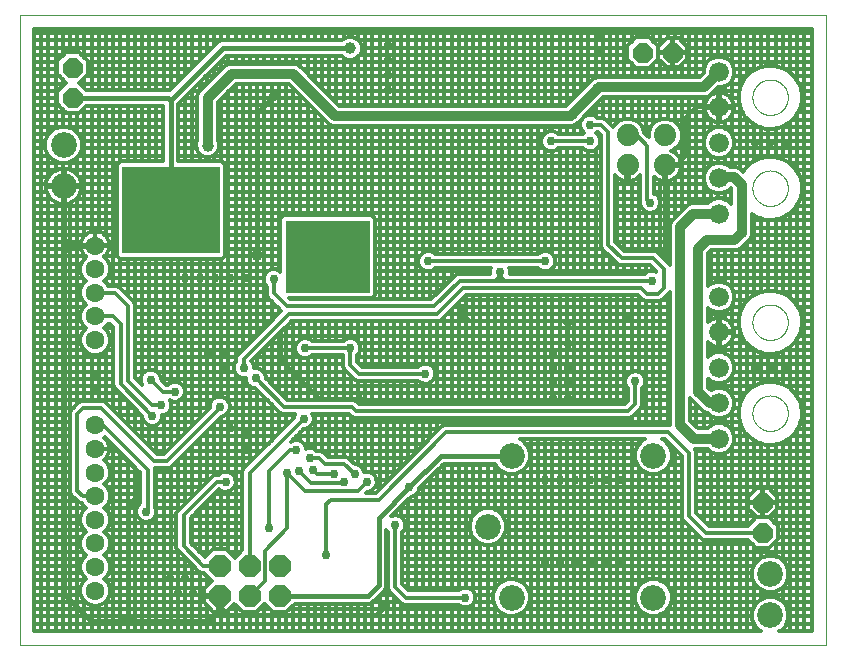
<source format=gbl>
G75*
%MOIN*%
%OFA0B0*%
%FSLAX25Y25*%
%IPPOS*%
%LPD*%
%AMOC8*
5,1,8,0,0,1.08239X$1,22.5*
%
%ADD10C,0.00000*%
%ADD11R,0.32500X0.29000*%
%ADD12R,0.28000X0.24000*%
%ADD13C,0.06600*%
%ADD14C,0.06299*%
%ADD15C,0.07400*%
%ADD16OC8,0.07400*%
%ADD17C,0.08600*%
%ADD18OC8,0.06600*%
%ADD19C,0.03962*%
%ADD20C,0.01600*%
%ADD21C,0.01200*%
%ADD22C,0.02978*%
%ADD23C,0.03175*%
%ADD24C,0.03200*%
D10*
X0001600Y0001600D02*
X0001600Y0211561D01*
X0270301Y0211561D01*
X0270301Y0001600D01*
X0001600Y0001600D01*
X0245694Y0078943D02*
X0245696Y0079096D01*
X0245702Y0079250D01*
X0245712Y0079403D01*
X0245726Y0079555D01*
X0245744Y0079708D01*
X0245766Y0079859D01*
X0245791Y0080010D01*
X0245821Y0080161D01*
X0245855Y0080311D01*
X0245892Y0080459D01*
X0245933Y0080607D01*
X0245978Y0080753D01*
X0246027Y0080899D01*
X0246080Y0081043D01*
X0246136Y0081185D01*
X0246196Y0081326D01*
X0246260Y0081466D01*
X0246327Y0081604D01*
X0246398Y0081740D01*
X0246473Y0081874D01*
X0246550Y0082006D01*
X0246632Y0082136D01*
X0246716Y0082264D01*
X0246804Y0082390D01*
X0246895Y0082513D01*
X0246989Y0082634D01*
X0247087Y0082752D01*
X0247187Y0082868D01*
X0247291Y0082981D01*
X0247397Y0083092D01*
X0247506Y0083200D01*
X0247618Y0083305D01*
X0247732Y0083406D01*
X0247850Y0083505D01*
X0247969Y0083601D01*
X0248091Y0083694D01*
X0248216Y0083783D01*
X0248343Y0083870D01*
X0248472Y0083952D01*
X0248603Y0084032D01*
X0248736Y0084108D01*
X0248871Y0084181D01*
X0249008Y0084250D01*
X0249147Y0084315D01*
X0249287Y0084377D01*
X0249429Y0084435D01*
X0249572Y0084490D01*
X0249717Y0084541D01*
X0249863Y0084588D01*
X0250010Y0084631D01*
X0250158Y0084670D01*
X0250307Y0084706D01*
X0250457Y0084737D01*
X0250608Y0084765D01*
X0250759Y0084789D01*
X0250912Y0084809D01*
X0251064Y0084825D01*
X0251217Y0084837D01*
X0251370Y0084845D01*
X0251523Y0084849D01*
X0251677Y0084849D01*
X0251830Y0084845D01*
X0251983Y0084837D01*
X0252136Y0084825D01*
X0252288Y0084809D01*
X0252441Y0084789D01*
X0252592Y0084765D01*
X0252743Y0084737D01*
X0252893Y0084706D01*
X0253042Y0084670D01*
X0253190Y0084631D01*
X0253337Y0084588D01*
X0253483Y0084541D01*
X0253628Y0084490D01*
X0253771Y0084435D01*
X0253913Y0084377D01*
X0254053Y0084315D01*
X0254192Y0084250D01*
X0254329Y0084181D01*
X0254464Y0084108D01*
X0254597Y0084032D01*
X0254728Y0083952D01*
X0254857Y0083870D01*
X0254984Y0083783D01*
X0255109Y0083694D01*
X0255231Y0083601D01*
X0255350Y0083505D01*
X0255468Y0083406D01*
X0255582Y0083305D01*
X0255694Y0083200D01*
X0255803Y0083092D01*
X0255909Y0082981D01*
X0256013Y0082868D01*
X0256113Y0082752D01*
X0256211Y0082634D01*
X0256305Y0082513D01*
X0256396Y0082390D01*
X0256484Y0082264D01*
X0256568Y0082136D01*
X0256650Y0082006D01*
X0256727Y0081874D01*
X0256802Y0081740D01*
X0256873Y0081604D01*
X0256940Y0081466D01*
X0257004Y0081326D01*
X0257064Y0081185D01*
X0257120Y0081043D01*
X0257173Y0080899D01*
X0257222Y0080753D01*
X0257267Y0080607D01*
X0257308Y0080459D01*
X0257345Y0080311D01*
X0257379Y0080161D01*
X0257409Y0080010D01*
X0257434Y0079859D01*
X0257456Y0079708D01*
X0257474Y0079555D01*
X0257488Y0079403D01*
X0257498Y0079250D01*
X0257504Y0079096D01*
X0257506Y0078943D01*
X0257504Y0078790D01*
X0257498Y0078636D01*
X0257488Y0078483D01*
X0257474Y0078331D01*
X0257456Y0078178D01*
X0257434Y0078027D01*
X0257409Y0077876D01*
X0257379Y0077725D01*
X0257345Y0077575D01*
X0257308Y0077427D01*
X0257267Y0077279D01*
X0257222Y0077133D01*
X0257173Y0076987D01*
X0257120Y0076843D01*
X0257064Y0076701D01*
X0257004Y0076560D01*
X0256940Y0076420D01*
X0256873Y0076282D01*
X0256802Y0076146D01*
X0256727Y0076012D01*
X0256650Y0075880D01*
X0256568Y0075750D01*
X0256484Y0075622D01*
X0256396Y0075496D01*
X0256305Y0075373D01*
X0256211Y0075252D01*
X0256113Y0075134D01*
X0256013Y0075018D01*
X0255909Y0074905D01*
X0255803Y0074794D01*
X0255694Y0074686D01*
X0255582Y0074581D01*
X0255468Y0074480D01*
X0255350Y0074381D01*
X0255231Y0074285D01*
X0255109Y0074192D01*
X0254984Y0074103D01*
X0254857Y0074016D01*
X0254728Y0073934D01*
X0254597Y0073854D01*
X0254464Y0073778D01*
X0254329Y0073705D01*
X0254192Y0073636D01*
X0254053Y0073571D01*
X0253913Y0073509D01*
X0253771Y0073451D01*
X0253628Y0073396D01*
X0253483Y0073345D01*
X0253337Y0073298D01*
X0253190Y0073255D01*
X0253042Y0073216D01*
X0252893Y0073180D01*
X0252743Y0073149D01*
X0252592Y0073121D01*
X0252441Y0073097D01*
X0252288Y0073077D01*
X0252136Y0073061D01*
X0251983Y0073049D01*
X0251830Y0073041D01*
X0251677Y0073037D01*
X0251523Y0073037D01*
X0251370Y0073041D01*
X0251217Y0073049D01*
X0251064Y0073061D01*
X0250912Y0073077D01*
X0250759Y0073097D01*
X0250608Y0073121D01*
X0250457Y0073149D01*
X0250307Y0073180D01*
X0250158Y0073216D01*
X0250010Y0073255D01*
X0249863Y0073298D01*
X0249717Y0073345D01*
X0249572Y0073396D01*
X0249429Y0073451D01*
X0249287Y0073509D01*
X0249147Y0073571D01*
X0249008Y0073636D01*
X0248871Y0073705D01*
X0248736Y0073778D01*
X0248603Y0073854D01*
X0248472Y0073934D01*
X0248343Y0074016D01*
X0248216Y0074103D01*
X0248091Y0074192D01*
X0247969Y0074285D01*
X0247850Y0074381D01*
X0247732Y0074480D01*
X0247618Y0074581D01*
X0247506Y0074686D01*
X0247397Y0074794D01*
X0247291Y0074905D01*
X0247187Y0075018D01*
X0247087Y0075134D01*
X0246989Y0075252D01*
X0246895Y0075373D01*
X0246804Y0075496D01*
X0246716Y0075622D01*
X0246632Y0075750D01*
X0246550Y0075880D01*
X0246473Y0076012D01*
X0246398Y0076146D01*
X0246327Y0076282D01*
X0246260Y0076420D01*
X0246196Y0076560D01*
X0246136Y0076701D01*
X0246080Y0076843D01*
X0246027Y0076987D01*
X0245978Y0077133D01*
X0245933Y0077279D01*
X0245892Y0077427D01*
X0245855Y0077575D01*
X0245821Y0077725D01*
X0245791Y0077876D01*
X0245766Y0078027D01*
X0245744Y0078178D01*
X0245726Y0078331D01*
X0245712Y0078483D01*
X0245702Y0078636D01*
X0245696Y0078790D01*
X0245694Y0078943D01*
X0245694Y0109257D02*
X0245696Y0109410D01*
X0245702Y0109564D01*
X0245712Y0109717D01*
X0245726Y0109869D01*
X0245744Y0110022D01*
X0245766Y0110173D01*
X0245791Y0110324D01*
X0245821Y0110475D01*
X0245855Y0110625D01*
X0245892Y0110773D01*
X0245933Y0110921D01*
X0245978Y0111067D01*
X0246027Y0111213D01*
X0246080Y0111357D01*
X0246136Y0111499D01*
X0246196Y0111640D01*
X0246260Y0111780D01*
X0246327Y0111918D01*
X0246398Y0112054D01*
X0246473Y0112188D01*
X0246550Y0112320D01*
X0246632Y0112450D01*
X0246716Y0112578D01*
X0246804Y0112704D01*
X0246895Y0112827D01*
X0246989Y0112948D01*
X0247087Y0113066D01*
X0247187Y0113182D01*
X0247291Y0113295D01*
X0247397Y0113406D01*
X0247506Y0113514D01*
X0247618Y0113619D01*
X0247732Y0113720D01*
X0247850Y0113819D01*
X0247969Y0113915D01*
X0248091Y0114008D01*
X0248216Y0114097D01*
X0248343Y0114184D01*
X0248472Y0114266D01*
X0248603Y0114346D01*
X0248736Y0114422D01*
X0248871Y0114495D01*
X0249008Y0114564D01*
X0249147Y0114629D01*
X0249287Y0114691D01*
X0249429Y0114749D01*
X0249572Y0114804D01*
X0249717Y0114855D01*
X0249863Y0114902D01*
X0250010Y0114945D01*
X0250158Y0114984D01*
X0250307Y0115020D01*
X0250457Y0115051D01*
X0250608Y0115079D01*
X0250759Y0115103D01*
X0250912Y0115123D01*
X0251064Y0115139D01*
X0251217Y0115151D01*
X0251370Y0115159D01*
X0251523Y0115163D01*
X0251677Y0115163D01*
X0251830Y0115159D01*
X0251983Y0115151D01*
X0252136Y0115139D01*
X0252288Y0115123D01*
X0252441Y0115103D01*
X0252592Y0115079D01*
X0252743Y0115051D01*
X0252893Y0115020D01*
X0253042Y0114984D01*
X0253190Y0114945D01*
X0253337Y0114902D01*
X0253483Y0114855D01*
X0253628Y0114804D01*
X0253771Y0114749D01*
X0253913Y0114691D01*
X0254053Y0114629D01*
X0254192Y0114564D01*
X0254329Y0114495D01*
X0254464Y0114422D01*
X0254597Y0114346D01*
X0254728Y0114266D01*
X0254857Y0114184D01*
X0254984Y0114097D01*
X0255109Y0114008D01*
X0255231Y0113915D01*
X0255350Y0113819D01*
X0255468Y0113720D01*
X0255582Y0113619D01*
X0255694Y0113514D01*
X0255803Y0113406D01*
X0255909Y0113295D01*
X0256013Y0113182D01*
X0256113Y0113066D01*
X0256211Y0112948D01*
X0256305Y0112827D01*
X0256396Y0112704D01*
X0256484Y0112578D01*
X0256568Y0112450D01*
X0256650Y0112320D01*
X0256727Y0112188D01*
X0256802Y0112054D01*
X0256873Y0111918D01*
X0256940Y0111780D01*
X0257004Y0111640D01*
X0257064Y0111499D01*
X0257120Y0111357D01*
X0257173Y0111213D01*
X0257222Y0111067D01*
X0257267Y0110921D01*
X0257308Y0110773D01*
X0257345Y0110625D01*
X0257379Y0110475D01*
X0257409Y0110324D01*
X0257434Y0110173D01*
X0257456Y0110022D01*
X0257474Y0109869D01*
X0257488Y0109717D01*
X0257498Y0109564D01*
X0257504Y0109410D01*
X0257506Y0109257D01*
X0257504Y0109104D01*
X0257498Y0108950D01*
X0257488Y0108797D01*
X0257474Y0108645D01*
X0257456Y0108492D01*
X0257434Y0108341D01*
X0257409Y0108190D01*
X0257379Y0108039D01*
X0257345Y0107889D01*
X0257308Y0107741D01*
X0257267Y0107593D01*
X0257222Y0107447D01*
X0257173Y0107301D01*
X0257120Y0107157D01*
X0257064Y0107015D01*
X0257004Y0106874D01*
X0256940Y0106734D01*
X0256873Y0106596D01*
X0256802Y0106460D01*
X0256727Y0106326D01*
X0256650Y0106194D01*
X0256568Y0106064D01*
X0256484Y0105936D01*
X0256396Y0105810D01*
X0256305Y0105687D01*
X0256211Y0105566D01*
X0256113Y0105448D01*
X0256013Y0105332D01*
X0255909Y0105219D01*
X0255803Y0105108D01*
X0255694Y0105000D01*
X0255582Y0104895D01*
X0255468Y0104794D01*
X0255350Y0104695D01*
X0255231Y0104599D01*
X0255109Y0104506D01*
X0254984Y0104417D01*
X0254857Y0104330D01*
X0254728Y0104248D01*
X0254597Y0104168D01*
X0254464Y0104092D01*
X0254329Y0104019D01*
X0254192Y0103950D01*
X0254053Y0103885D01*
X0253913Y0103823D01*
X0253771Y0103765D01*
X0253628Y0103710D01*
X0253483Y0103659D01*
X0253337Y0103612D01*
X0253190Y0103569D01*
X0253042Y0103530D01*
X0252893Y0103494D01*
X0252743Y0103463D01*
X0252592Y0103435D01*
X0252441Y0103411D01*
X0252288Y0103391D01*
X0252136Y0103375D01*
X0251983Y0103363D01*
X0251830Y0103355D01*
X0251677Y0103351D01*
X0251523Y0103351D01*
X0251370Y0103355D01*
X0251217Y0103363D01*
X0251064Y0103375D01*
X0250912Y0103391D01*
X0250759Y0103411D01*
X0250608Y0103435D01*
X0250457Y0103463D01*
X0250307Y0103494D01*
X0250158Y0103530D01*
X0250010Y0103569D01*
X0249863Y0103612D01*
X0249717Y0103659D01*
X0249572Y0103710D01*
X0249429Y0103765D01*
X0249287Y0103823D01*
X0249147Y0103885D01*
X0249008Y0103950D01*
X0248871Y0104019D01*
X0248736Y0104092D01*
X0248603Y0104168D01*
X0248472Y0104248D01*
X0248343Y0104330D01*
X0248216Y0104417D01*
X0248091Y0104506D01*
X0247969Y0104599D01*
X0247850Y0104695D01*
X0247732Y0104794D01*
X0247618Y0104895D01*
X0247506Y0105000D01*
X0247397Y0105108D01*
X0247291Y0105219D01*
X0247187Y0105332D01*
X0247087Y0105448D01*
X0246989Y0105566D01*
X0246895Y0105687D01*
X0246804Y0105810D01*
X0246716Y0105936D01*
X0246632Y0106064D01*
X0246550Y0106194D01*
X0246473Y0106326D01*
X0246398Y0106460D01*
X0246327Y0106596D01*
X0246260Y0106734D01*
X0246196Y0106874D01*
X0246136Y0107015D01*
X0246080Y0107157D01*
X0246027Y0107301D01*
X0245978Y0107447D01*
X0245933Y0107593D01*
X0245892Y0107741D01*
X0245855Y0107889D01*
X0245821Y0108039D01*
X0245791Y0108190D01*
X0245766Y0108341D01*
X0245744Y0108492D01*
X0245726Y0108645D01*
X0245712Y0108797D01*
X0245702Y0108950D01*
X0245696Y0109104D01*
X0245694Y0109257D01*
X0245694Y0153943D02*
X0245696Y0154096D01*
X0245702Y0154250D01*
X0245712Y0154403D01*
X0245726Y0154555D01*
X0245744Y0154708D01*
X0245766Y0154859D01*
X0245791Y0155010D01*
X0245821Y0155161D01*
X0245855Y0155311D01*
X0245892Y0155459D01*
X0245933Y0155607D01*
X0245978Y0155753D01*
X0246027Y0155899D01*
X0246080Y0156043D01*
X0246136Y0156185D01*
X0246196Y0156326D01*
X0246260Y0156466D01*
X0246327Y0156604D01*
X0246398Y0156740D01*
X0246473Y0156874D01*
X0246550Y0157006D01*
X0246632Y0157136D01*
X0246716Y0157264D01*
X0246804Y0157390D01*
X0246895Y0157513D01*
X0246989Y0157634D01*
X0247087Y0157752D01*
X0247187Y0157868D01*
X0247291Y0157981D01*
X0247397Y0158092D01*
X0247506Y0158200D01*
X0247618Y0158305D01*
X0247732Y0158406D01*
X0247850Y0158505D01*
X0247969Y0158601D01*
X0248091Y0158694D01*
X0248216Y0158783D01*
X0248343Y0158870D01*
X0248472Y0158952D01*
X0248603Y0159032D01*
X0248736Y0159108D01*
X0248871Y0159181D01*
X0249008Y0159250D01*
X0249147Y0159315D01*
X0249287Y0159377D01*
X0249429Y0159435D01*
X0249572Y0159490D01*
X0249717Y0159541D01*
X0249863Y0159588D01*
X0250010Y0159631D01*
X0250158Y0159670D01*
X0250307Y0159706D01*
X0250457Y0159737D01*
X0250608Y0159765D01*
X0250759Y0159789D01*
X0250912Y0159809D01*
X0251064Y0159825D01*
X0251217Y0159837D01*
X0251370Y0159845D01*
X0251523Y0159849D01*
X0251677Y0159849D01*
X0251830Y0159845D01*
X0251983Y0159837D01*
X0252136Y0159825D01*
X0252288Y0159809D01*
X0252441Y0159789D01*
X0252592Y0159765D01*
X0252743Y0159737D01*
X0252893Y0159706D01*
X0253042Y0159670D01*
X0253190Y0159631D01*
X0253337Y0159588D01*
X0253483Y0159541D01*
X0253628Y0159490D01*
X0253771Y0159435D01*
X0253913Y0159377D01*
X0254053Y0159315D01*
X0254192Y0159250D01*
X0254329Y0159181D01*
X0254464Y0159108D01*
X0254597Y0159032D01*
X0254728Y0158952D01*
X0254857Y0158870D01*
X0254984Y0158783D01*
X0255109Y0158694D01*
X0255231Y0158601D01*
X0255350Y0158505D01*
X0255468Y0158406D01*
X0255582Y0158305D01*
X0255694Y0158200D01*
X0255803Y0158092D01*
X0255909Y0157981D01*
X0256013Y0157868D01*
X0256113Y0157752D01*
X0256211Y0157634D01*
X0256305Y0157513D01*
X0256396Y0157390D01*
X0256484Y0157264D01*
X0256568Y0157136D01*
X0256650Y0157006D01*
X0256727Y0156874D01*
X0256802Y0156740D01*
X0256873Y0156604D01*
X0256940Y0156466D01*
X0257004Y0156326D01*
X0257064Y0156185D01*
X0257120Y0156043D01*
X0257173Y0155899D01*
X0257222Y0155753D01*
X0257267Y0155607D01*
X0257308Y0155459D01*
X0257345Y0155311D01*
X0257379Y0155161D01*
X0257409Y0155010D01*
X0257434Y0154859D01*
X0257456Y0154708D01*
X0257474Y0154555D01*
X0257488Y0154403D01*
X0257498Y0154250D01*
X0257504Y0154096D01*
X0257506Y0153943D01*
X0257504Y0153790D01*
X0257498Y0153636D01*
X0257488Y0153483D01*
X0257474Y0153331D01*
X0257456Y0153178D01*
X0257434Y0153027D01*
X0257409Y0152876D01*
X0257379Y0152725D01*
X0257345Y0152575D01*
X0257308Y0152427D01*
X0257267Y0152279D01*
X0257222Y0152133D01*
X0257173Y0151987D01*
X0257120Y0151843D01*
X0257064Y0151701D01*
X0257004Y0151560D01*
X0256940Y0151420D01*
X0256873Y0151282D01*
X0256802Y0151146D01*
X0256727Y0151012D01*
X0256650Y0150880D01*
X0256568Y0150750D01*
X0256484Y0150622D01*
X0256396Y0150496D01*
X0256305Y0150373D01*
X0256211Y0150252D01*
X0256113Y0150134D01*
X0256013Y0150018D01*
X0255909Y0149905D01*
X0255803Y0149794D01*
X0255694Y0149686D01*
X0255582Y0149581D01*
X0255468Y0149480D01*
X0255350Y0149381D01*
X0255231Y0149285D01*
X0255109Y0149192D01*
X0254984Y0149103D01*
X0254857Y0149016D01*
X0254728Y0148934D01*
X0254597Y0148854D01*
X0254464Y0148778D01*
X0254329Y0148705D01*
X0254192Y0148636D01*
X0254053Y0148571D01*
X0253913Y0148509D01*
X0253771Y0148451D01*
X0253628Y0148396D01*
X0253483Y0148345D01*
X0253337Y0148298D01*
X0253190Y0148255D01*
X0253042Y0148216D01*
X0252893Y0148180D01*
X0252743Y0148149D01*
X0252592Y0148121D01*
X0252441Y0148097D01*
X0252288Y0148077D01*
X0252136Y0148061D01*
X0251983Y0148049D01*
X0251830Y0148041D01*
X0251677Y0148037D01*
X0251523Y0148037D01*
X0251370Y0148041D01*
X0251217Y0148049D01*
X0251064Y0148061D01*
X0250912Y0148077D01*
X0250759Y0148097D01*
X0250608Y0148121D01*
X0250457Y0148149D01*
X0250307Y0148180D01*
X0250158Y0148216D01*
X0250010Y0148255D01*
X0249863Y0148298D01*
X0249717Y0148345D01*
X0249572Y0148396D01*
X0249429Y0148451D01*
X0249287Y0148509D01*
X0249147Y0148571D01*
X0249008Y0148636D01*
X0248871Y0148705D01*
X0248736Y0148778D01*
X0248603Y0148854D01*
X0248472Y0148934D01*
X0248343Y0149016D01*
X0248216Y0149103D01*
X0248091Y0149192D01*
X0247969Y0149285D01*
X0247850Y0149381D01*
X0247732Y0149480D01*
X0247618Y0149581D01*
X0247506Y0149686D01*
X0247397Y0149794D01*
X0247291Y0149905D01*
X0247187Y0150018D01*
X0247087Y0150134D01*
X0246989Y0150252D01*
X0246895Y0150373D01*
X0246804Y0150496D01*
X0246716Y0150622D01*
X0246632Y0150750D01*
X0246550Y0150880D01*
X0246473Y0151012D01*
X0246398Y0151146D01*
X0246327Y0151282D01*
X0246260Y0151420D01*
X0246196Y0151560D01*
X0246136Y0151701D01*
X0246080Y0151843D01*
X0246027Y0151987D01*
X0245978Y0152133D01*
X0245933Y0152279D01*
X0245892Y0152427D01*
X0245855Y0152575D01*
X0245821Y0152725D01*
X0245791Y0152876D01*
X0245766Y0153027D01*
X0245744Y0153178D01*
X0245726Y0153331D01*
X0245712Y0153483D01*
X0245702Y0153636D01*
X0245696Y0153790D01*
X0245694Y0153943D01*
X0245694Y0184257D02*
X0245696Y0184410D01*
X0245702Y0184564D01*
X0245712Y0184717D01*
X0245726Y0184869D01*
X0245744Y0185022D01*
X0245766Y0185173D01*
X0245791Y0185324D01*
X0245821Y0185475D01*
X0245855Y0185625D01*
X0245892Y0185773D01*
X0245933Y0185921D01*
X0245978Y0186067D01*
X0246027Y0186213D01*
X0246080Y0186357D01*
X0246136Y0186499D01*
X0246196Y0186640D01*
X0246260Y0186780D01*
X0246327Y0186918D01*
X0246398Y0187054D01*
X0246473Y0187188D01*
X0246550Y0187320D01*
X0246632Y0187450D01*
X0246716Y0187578D01*
X0246804Y0187704D01*
X0246895Y0187827D01*
X0246989Y0187948D01*
X0247087Y0188066D01*
X0247187Y0188182D01*
X0247291Y0188295D01*
X0247397Y0188406D01*
X0247506Y0188514D01*
X0247618Y0188619D01*
X0247732Y0188720D01*
X0247850Y0188819D01*
X0247969Y0188915D01*
X0248091Y0189008D01*
X0248216Y0189097D01*
X0248343Y0189184D01*
X0248472Y0189266D01*
X0248603Y0189346D01*
X0248736Y0189422D01*
X0248871Y0189495D01*
X0249008Y0189564D01*
X0249147Y0189629D01*
X0249287Y0189691D01*
X0249429Y0189749D01*
X0249572Y0189804D01*
X0249717Y0189855D01*
X0249863Y0189902D01*
X0250010Y0189945D01*
X0250158Y0189984D01*
X0250307Y0190020D01*
X0250457Y0190051D01*
X0250608Y0190079D01*
X0250759Y0190103D01*
X0250912Y0190123D01*
X0251064Y0190139D01*
X0251217Y0190151D01*
X0251370Y0190159D01*
X0251523Y0190163D01*
X0251677Y0190163D01*
X0251830Y0190159D01*
X0251983Y0190151D01*
X0252136Y0190139D01*
X0252288Y0190123D01*
X0252441Y0190103D01*
X0252592Y0190079D01*
X0252743Y0190051D01*
X0252893Y0190020D01*
X0253042Y0189984D01*
X0253190Y0189945D01*
X0253337Y0189902D01*
X0253483Y0189855D01*
X0253628Y0189804D01*
X0253771Y0189749D01*
X0253913Y0189691D01*
X0254053Y0189629D01*
X0254192Y0189564D01*
X0254329Y0189495D01*
X0254464Y0189422D01*
X0254597Y0189346D01*
X0254728Y0189266D01*
X0254857Y0189184D01*
X0254984Y0189097D01*
X0255109Y0189008D01*
X0255231Y0188915D01*
X0255350Y0188819D01*
X0255468Y0188720D01*
X0255582Y0188619D01*
X0255694Y0188514D01*
X0255803Y0188406D01*
X0255909Y0188295D01*
X0256013Y0188182D01*
X0256113Y0188066D01*
X0256211Y0187948D01*
X0256305Y0187827D01*
X0256396Y0187704D01*
X0256484Y0187578D01*
X0256568Y0187450D01*
X0256650Y0187320D01*
X0256727Y0187188D01*
X0256802Y0187054D01*
X0256873Y0186918D01*
X0256940Y0186780D01*
X0257004Y0186640D01*
X0257064Y0186499D01*
X0257120Y0186357D01*
X0257173Y0186213D01*
X0257222Y0186067D01*
X0257267Y0185921D01*
X0257308Y0185773D01*
X0257345Y0185625D01*
X0257379Y0185475D01*
X0257409Y0185324D01*
X0257434Y0185173D01*
X0257456Y0185022D01*
X0257474Y0184869D01*
X0257488Y0184717D01*
X0257498Y0184564D01*
X0257504Y0184410D01*
X0257506Y0184257D01*
X0257504Y0184104D01*
X0257498Y0183950D01*
X0257488Y0183797D01*
X0257474Y0183645D01*
X0257456Y0183492D01*
X0257434Y0183341D01*
X0257409Y0183190D01*
X0257379Y0183039D01*
X0257345Y0182889D01*
X0257308Y0182741D01*
X0257267Y0182593D01*
X0257222Y0182447D01*
X0257173Y0182301D01*
X0257120Y0182157D01*
X0257064Y0182015D01*
X0257004Y0181874D01*
X0256940Y0181734D01*
X0256873Y0181596D01*
X0256802Y0181460D01*
X0256727Y0181326D01*
X0256650Y0181194D01*
X0256568Y0181064D01*
X0256484Y0180936D01*
X0256396Y0180810D01*
X0256305Y0180687D01*
X0256211Y0180566D01*
X0256113Y0180448D01*
X0256013Y0180332D01*
X0255909Y0180219D01*
X0255803Y0180108D01*
X0255694Y0180000D01*
X0255582Y0179895D01*
X0255468Y0179794D01*
X0255350Y0179695D01*
X0255231Y0179599D01*
X0255109Y0179506D01*
X0254984Y0179417D01*
X0254857Y0179330D01*
X0254728Y0179248D01*
X0254597Y0179168D01*
X0254464Y0179092D01*
X0254329Y0179019D01*
X0254192Y0178950D01*
X0254053Y0178885D01*
X0253913Y0178823D01*
X0253771Y0178765D01*
X0253628Y0178710D01*
X0253483Y0178659D01*
X0253337Y0178612D01*
X0253190Y0178569D01*
X0253042Y0178530D01*
X0252893Y0178494D01*
X0252743Y0178463D01*
X0252592Y0178435D01*
X0252441Y0178411D01*
X0252288Y0178391D01*
X0252136Y0178375D01*
X0251983Y0178363D01*
X0251830Y0178355D01*
X0251677Y0178351D01*
X0251523Y0178351D01*
X0251370Y0178355D01*
X0251217Y0178363D01*
X0251064Y0178375D01*
X0250912Y0178391D01*
X0250759Y0178411D01*
X0250608Y0178435D01*
X0250457Y0178463D01*
X0250307Y0178494D01*
X0250158Y0178530D01*
X0250010Y0178569D01*
X0249863Y0178612D01*
X0249717Y0178659D01*
X0249572Y0178710D01*
X0249429Y0178765D01*
X0249287Y0178823D01*
X0249147Y0178885D01*
X0249008Y0178950D01*
X0248871Y0179019D01*
X0248736Y0179092D01*
X0248603Y0179168D01*
X0248472Y0179248D01*
X0248343Y0179330D01*
X0248216Y0179417D01*
X0248091Y0179506D01*
X0247969Y0179599D01*
X0247850Y0179695D01*
X0247732Y0179794D01*
X0247618Y0179895D01*
X0247506Y0180000D01*
X0247397Y0180108D01*
X0247291Y0180219D01*
X0247187Y0180332D01*
X0247087Y0180448D01*
X0246989Y0180566D01*
X0246895Y0180687D01*
X0246804Y0180810D01*
X0246716Y0180936D01*
X0246632Y0181064D01*
X0246550Y0181194D01*
X0246473Y0181326D01*
X0246398Y0181460D01*
X0246327Y0181596D01*
X0246260Y0181734D01*
X0246196Y0181874D01*
X0246136Y0182015D01*
X0246080Y0182157D01*
X0246027Y0182301D01*
X0245978Y0182447D01*
X0245933Y0182593D01*
X0245892Y0182741D01*
X0245855Y0182889D01*
X0245821Y0183039D01*
X0245791Y0183190D01*
X0245766Y0183341D01*
X0245744Y0183492D01*
X0245726Y0183645D01*
X0245712Y0183797D01*
X0245702Y0183950D01*
X0245696Y0184104D01*
X0245694Y0184257D01*
D11*
X0051850Y0146600D03*
D12*
X0104100Y0131100D03*
D13*
X0234592Y0117722D03*
X0234592Y0105911D03*
X0234592Y0094100D03*
X0234592Y0082289D03*
X0234592Y0070478D03*
X0234592Y0145478D03*
X0234592Y0157289D03*
X0234592Y0169100D03*
X0234592Y0180911D03*
X0234592Y0192722D03*
D14*
X0026600Y0134848D03*
X0026600Y0126974D03*
X0026600Y0119100D03*
X0026600Y0111226D03*
X0026600Y0103352D03*
X0026600Y0074907D03*
X0026600Y0067033D03*
X0026600Y0059159D03*
X0026600Y0051285D03*
X0026600Y0043411D03*
X0026600Y0035537D03*
X0026600Y0027663D03*
X0026600Y0019789D03*
D15*
X0204100Y0161600D03*
X0204100Y0171600D03*
X0216600Y0171600D03*
X0216600Y0161600D03*
D16*
X0088064Y0028064D03*
X0078064Y0028064D03*
X0068064Y0028064D03*
X0068064Y0018064D03*
X0078064Y0018064D03*
X0088064Y0018064D03*
D17*
X0157506Y0041128D03*
X0165380Y0064750D03*
X0212624Y0064750D03*
X0251600Y0025380D03*
X0251600Y0011600D03*
X0212624Y0017506D03*
X0165380Y0017506D03*
X0016100Y0154600D03*
X0016100Y0168380D03*
D18*
X0019100Y0184100D03*
X0019100Y0194100D03*
X0209100Y0199100D03*
X0219100Y0199100D03*
X0249100Y0049100D03*
X0249100Y0039100D03*
D19*
X0080498Y0131600D03*
X0051757Y0146600D03*
X0064100Y0168100D03*
X0086600Y0185100D03*
X0111600Y0200600D03*
D20*
X0069100Y0200600D01*
X0051757Y0183257D01*
X0050915Y0184100D01*
X0019100Y0184100D01*
X0051757Y0183257D02*
X0051757Y0146600D01*
X0026600Y0134848D02*
X0018352Y0134848D01*
X0016100Y0132596D01*
X0016100Y0018600D01*
X0025100Y0009600D01*
X0035100Y0009600D01*
X0037600Y0012100D01*
X0040100Y0009600D01*
X0064100Y0009600D01*
X0068600Y0014100D01*
X0071100Y0011600D01*
X0120100Y0011600D01*
X0123600Y0015100D01*
X0117564Y0018064D02*
X0121100Y0021600D01*
X0121100Y0044100D01*
X0131350Y0054350D01*
X0141750Y0064750D01*
X0165380Y0064750D01*
X0117564Y0018064D02*
X0088064Y0018064D01*
X0068600Y0017529D02*
X0068600Y0014100D01*
X0068600Y0017529D02*
X0068064Y0018064D01*
X0040100Y0009600D02*
X0037100Y0009600D01*
X0037600Y0010100D01*
X0037600Y0012100D01*
X0037600Y0047600D01*
X0040100Y0050100D01*
X0037100Y0009600D02*
X0035100Y0009600D01*
X0080498Y0131600D02*
X0080498Y0178998D01*
X0086600Y0185100D01*
X0018352Y0134848D02*
X0016100Y0137100D01*
X0016100Y0134600D01*
X0016348Y0134848D01*
X0018352Y0134848D01*
X0016100Y0134600D02*
X0016100Y0132596D01*
X0016100Y0137100D02*
X0016100Y0154600D01*
D21*
X0015800Y0154984D02*
X0015800Y0162280D01*
X0014887Y0162280D02*
X0017313Y0162280D01*
X0019555Y0163208D01*
X0021271Y0164924D01*
X0022200Y0167166D01*
X0022200Y0169593D01*
X0021271Y0171835D01*
X0019555Y0173551D01*
X0017313Y0174480D01*
X0014887Y0174480D01*
X0012645Y0173551D01*
X0010929Y0171835D01*
X0010000Y0169593D01*
X0010000Y0167166D01*
X0010929Y0164924D01*
X0012645Y0163208D01*
X0014887Y0162280D01*
X0014596Y0162400D02*
X0006200Y0162400D01*
X0006200Y0160000D02*
X0013702Y0160000D01*
X0013835Y0160068D02*
X0013008Y0159646D01*
X0012256Y0159100D01*
X0011600Y0158444D01*
X0011054Y0157692D01*
X0010632Y0156865D01*
X0010345Y0155982D01*
X0010200Y0155064D01*
X0010200Y0154984D01*
X0015716Y0154984D01*
X0015716Y0154216D01*
X0010200Y0154216D01*
X0010200Y0154136D01*
X0010345Y0153218D01*
X0010632Y0152335D01*
X0011054Y0151508D01*
X0011600Y0150756D01*
X0012256Y0150100D01*
X0013008Y0149554D01*
X0013835Y0149132D01*
X0014718Y0148845D01*
X0015636Y0148700D01*
X0015716Y0148700D01*
X0015716Y0154216D01*
X0016484Y0154216D01*
X0016484Y0148700D01*
X0016564Y0148700D01*
X0017482Y0148845D01*
X0018365Y0149132D01*
X0019192Y0149554D01*
X0019944Y0150100D01*
X0020600Y0150756D01*
X0020600Y0081994D01*
X0020565Y0081959D02*
X0018565Y0079959D01*
X0018200Y0079077D01*
X0018200Y0149079D01*
X0016484Y0150400D02*
X0015716Y0150400D01*
X0015716Y0152800D02*
X0016484Y0152800D01*
X0016484Y0154216D02*
X0016484Y0154984D01*
X0015716Y0154984D01*
X0015716Y0160500D01*
X0015636Y0160500D01*
X0014718Y0160355D01*
X0013835Y0160068D01*
X0013400Y0159846D02*
X0013400Y0162895D01*
X0011053Y0164800D02*
X0006200Y0164800D01*
X0006200Y0167200D02*
X0010000Y0167200D01*
X0010003Y0169600D02*
X0006200Y0169600D01*
X0006200Y0172000D02*
X0011094Y0172000D01*
X0011000Y0171906D02*
X0011000Y0206961D01*
X0013400Y0206961D02*
X0013400Y0173864D01*
X0014695Y0174400D02*
X0006200Y0174400D01*
X0006200Y0176800D02*
X0049157Y0176800D01*
X0049157Y0174400D02*
X0017505Y0174400D01*
X0018200Y0174112D02*
X0018200Y0179000D01*
X0016988Y0179000D02*
X0021212Y0179000D01*
X0023712Y0181500D01*
X0049157Y0181500D01*
X0049157Y0162900D01*
X0034854Y0162900D01*
X0033800Y0161846D01*
X0033800Y0131354D01*
X0034854Y0130300D01*
X0068846Y0130300D01*
X0069900Y0131354D01*
X0069900Y0161846D01*
X0068846Y0162900D01*
X0054357Y0162900D01*
X0054357Y0182181D01*
X0070177Y0198000D01*
X0108853Y0198000D01*
X0109458Y0197395D01*
X0110848Y0196819D01*
X0112352Y0196819D01*
X0113742Y0197395D01*
X0114805Y0198458D01*
X0115381Y0199848D01*
X0115381Y0201352D01*
X0114805Y0202742D01*
X0113742Y0203805D01*
X0112352Y0204381D01*
X0110848Y0204381D01*
X0109458Y0203805D01*
X0108853Y0203200D01*
X0006200Y0203200D01*
X0006200Y0200800D02*
X0065623Y0200800D01*
X0066200Y0201377D02*
X0066200Y0206961D01*
X0063800Y0206961D02*
X0063800Y0198977D01*
X0063223Y0198400D02*
X0022012Y0198400D01*
X0021212Y0199200D02*
X0024200Y0196212D01*
X0024200Y0191988D01*
X0021312Y0189100D01*
X0023712Y0186700D01*
X0051432Y0186700D01*
X0051496Y0186673D01*
X0067627Y0202804D01*
X0068583Y0203200D01*
X0108853Y0203200D01*
X0109400Y0203747D02*
X0109400Y0206961D01*
X0107000Y0206961D02*
X0107000Y0203200D01*
X0104600Y0203200D02*
X0104600Y0206961D01*
X0102200Y0206961D02*
X0102200Y0203200D01*
X0099800Y0203200D02*
X0099800Y0206961D01*
X0097400Y0206961D02*
X0097400Y0203200D01*
X0095000Y0203200D02*
X0095000Y0206961D01*
X0092600Y0206961D02*
X0092600Y0203200D01*
X0090200Y0203200D02*
X0090200Y0206961D01*
X0087800Y0206961D02*
X0087800Y0203200D01*
X0085400Y0203200D02*
X0085400Y0206961D01*
X0083000Y0206961D02*
X0083000Y0203200D01*
X0080600Y0203200D02*
X0080600Y0206961D01*
X0078200Y0206961D02*
X0078200Y0203200D01*
X0075800Y0203200D02*
X0075800Y0206961D01*
X0073400Y0206961D02*
X0073400Y0203200D01*
X0071000Y0203200D02*
X0071000Y0206961D01*
X0068600Y0206961D02*
X0068600Y0203200D01*
X0071000Y0198000D02*
X0071000Y0195324D01*
X0071424Y0195500D02*
X0070174Y0194982D01*
X0061218Y0186026D01*
X0060700Y0184776D01*
X0060700Y0183424D01*
X0060700Y0169772D01*
X0060319Y0168852D01*
X0060319Y0167348D01*
X0060895Y0165958D01*
X0061958Y0164895D01*
X0063348Y0164319D01*
X0064852Y0164319D01*
X0066242Y0164895D01*
X0067305Y0165958D01*
X0067881Y0167348D01*
X0067881Y0168852D01*
X0067500Y0169772D01*
X0067500Y0182692D01*
X0073508Y0188700D01*
X0091192Y0188700D01*
X0104674Y0175218D01*
X0105924Y0174700D01*
X0185776Y0174700D01*
X0187026Y0175218D01*
X0187982Y0176174D01*
X0196008Y0184200D01*
X0230146Y0184200D01*
X0231396Y0184718D01*
X0232352Y0185674D01*
X0234300Y0187622D01*
X0235607Y0187622D01*
X0237481Y0188398D01*
X0238916Y0189833D01*
X0239692Y0191708D01*
X0239692Y0193737D01*
X0238916Y0195611D01*
X0237481Y0197046D01*
X0235607Y0197822D01*
X0233578Y0197822D01*
X0231703Y0197046D01*
X0230269Y0195611D01*
X0229492Y0193737D01*
X0229492Y0192430D01*
X0228062Y0191000D01*
X0193924Y0191000D01*
X0192674Y0190482D01*
X0183692Y0181500D01*
X0108008Y0181500D01*
X0095482Y0194026D01*
X0094526Y0194982D01*
X0093276Y0195500D01*
X0071424Y0195500D01*
X0073400Y0195500D02*
X0073400Y0198000D01*
X0075800Y0198000D02*
X0075800Y0195500D01*
X0078200Y0195500D02*
X0078200Y0198000D01*
X0080600Y0198000D02*
X0080600Y0195500D01*
X0083000Y0195500D02*
X0083000Y0198000D01*
X0085400Y0198000D02*
X0085400Y0195500D01*
X0087800Y0195500D02*
X0087800Y0198000D01*
X0090200Y0198000D02*
X0090200Y0195500D01*
X0092600Y0195500D02*
X0092600Y0198000D01*
X0095000Y0198000D02*
X0095000Y0194508D01*
X0095908Y0193600D02*
X0229492Y0193600D01*
X0229400Y0192338D02*
X0229400Y0206961D01*
X0227000Y0206961D02*
X0227000Y0191000D01*
X0228262Y0191200D02*
X0098308Y0191200D01*
X0097400Y0192108D02*
X0097400Y0198000D01*
X0099800Y0198000D02*
X0099800Y0189708D01*
X0100708Y0188800D02*
X0190992Y0188800D01*
X0191000Y0188808D02*
X0191000Y0206961D01*
X0188600Y0206961D02*
X0188600Y0186408D01*
X0188592Y0186400D02*
X0103108Y0186400D01*
X0102200Y0187308D02*
X0102200Y0198000D01*
X0104600Y0198000D02*
X0104600Y0184908D01*
X0105508Y0184000D02*
X0186192Y0184000D01*
X0186200Y0184008D02*
X0186200Y0206961D01*
X0183800Y0206961D02*
X0183800Y0181608D01*
X0183792Y0181600D02*
X0107908Y0181600D01*
X0107000Y0182508D02*
X0107000Y0198000D01*
X0109400Y0197453D02*
X0109400Y0181500D01*
X0111800Y0181500D02*
X0111800Y0196819D01*
X0114200Y0197853D02*
X0114200Y0181500D01*
X0116600Y0181500D02*
X0116600Y0206961D01*
X0114200Y0206961D02*
X0114200Y0203347D01*
X0114347Y0203200D02*
X0205988Y0203200D01*
X0205400Y0202612D02*
X0205400Y0206961D01*
X0203000Y0206961D02*
X0203000Y0191000D01*
X0200600Y0191000D02*
X0200600Y0206961D01*
X0198200Y0206961D02*
X0198200Y0191000D01*
X0195800Y0191000D02*
X0195800Y0206961D01*
X0193400Y0206961D02*
X0193400Y0190783D01*
X0195808Y0184000D02*
X0230780Y0184000D01*
X0230855Y0184103D02*
X0230401Y0183479D01*
X0230051Y0182792D01*
X0229813Y0182058D01*
X0229692Y0181297D01*
X0229692Y0181295D01*
X0234208Y0181295D01*
X0234208Y0180527D01*
X0229692Y0180527D01*
X0229692Y0180525D01*
X0229813Y0179764D01*
X0230051Y0179030D01*
X0230401Y0178343D01*
X0230855Y0177719D01*
X0231400Y0177174D01*
X0232024Y0176720D01*
X0232711Y0176370D01*
X0233445Y0176132D01*
X0234206Y0176011D01*
X0234208Y0176011D01*
X0234208Y0180527D01*
X0234976Y0180527D01*
X0234976Y0176011D01*
X0234978Y0176011D01*
X0235740Y0176132D01*
X0236473Y0176370D01*
X0237160Y0176720D01*
X0237784Y0177174D01*
X0238330Y0177719D01*
X0238783Y0178343D01*
X0239133Y0179030D01*
X0239371Y0179764D01*
X0239492Y0180525D01*
X0239492Y0180527D01*
X0234976Y0180527D01*
X0234976Y0181295D01*
X0234208Y0181295D01*
X0234208Y0185811D01*
X0234206Y0185811D01*
X0233445Y0185690D01*
X0232711Y0185452D01*
X0232024Y0185102D01*
X0231400Y0184649D01*
X0230855Y0184103D01*
X0231800Y0184939D02*
X0231800Y0185122D01*
X0232352Y0185674D02*
X0232352Y0185674D01*
X0233078Y0186400D02*
X0241298Y0186400D01*
X0241400Y0186781D02*
X0241400Y0206961D01*
X0239000Y0206961D02*
X0239000Y0195407D01*
X0238527Y0196000D02*
X0265701Y0196000D01*
X0265701Y0193600D02*
X0256429Y0193600D01*
X0255800Y0193963D02*
X0255800Y0206961D01*
X0253400Y0206961D02*
X0253400Y0194651D01*
X0252983Y0194763D02*
X0255655Y0194047D01*
X0258051Y0192664D01*
X0260006Y0190708D01*
X0261390Y0188312D01*
X0262105Y0185641D01*
X0262105Y0182874D01*
X0261390Y0180202D01*
X0260006Y0177807D01*
X0258051Y0175851D01*
X0255655Y0174468D01*
X0252983Y0173752D01*
X0250217Y0173752D01*
X0247545Y0174468D01*
X0245149Y0175851D01*
X0243193Y0177807D01*
X0241810Y0180202D01*
X0241094Y0182874D01*
X0241094Y0185641D01*
X0241810Y0188312D01*
X0243193Y0190708D01*
X0245149Y0192664D01*
X0247545Y0194047D01*
X0250217Y0194763D01*
X0252983Y0194763D01*
X0251000Y0194763D02*
X0251000Y0206961D01*
X0248600Y0206961D02*
X0248600Y0194330D01*
X0246771Y0193600D02*
X0239692Y0193600D01*
X0239482Y0191200D02*
X0243685Y0191200D01*
X0243800Y0191315D02*
X0243800Y0206961D01*
X0246200Y0206961D02*
X0246200Y0193271D01*
X0242092Y0188800D02*
X0237883Y0188800D01*
X0236600Y0188034D02*
X0236600Y0185387D01*
X0236473Y0185452D02*
X0235740Y0185690D01*
X0234978Y0185811D01*
X0234976Y0185811D01*
X0234976Y0181295D01*
X0239492Y0181295D01*
X0239492Y0181297D01*
X0239371Y0182058D01*
X0239133Y0182792D01*
X0238783Y0183479D01*
X0238330Y0184103D01*
X0237784Y0184649D01*
X0237160Y0185102D01*
X0236473Y0185452D01*
X0234976Y0184000D02*
X0234208Y0184000D01*
X0234200Y0185810D02*
X0234200Y0187522D01*
X0238405Y0184000D02*
X0241094Y0184000D01*
X0241400Y0181734D02*
X0241400Y0160535D01*
X0241526Y0160482D02*
X0240276Y0161000D01*
X0238094Y0161000D01*
X0237481Y0161613D01*
X0235607Y0162389D01*
X0233578Y0162389D01*
X0231703Y0161613D01*
X0230269Y0160178D01*
X0229492Y0158303D01*
X0229492Y0156275D01*
X0230269Y0154400D01*
X0231703Y0152965D01*
X0233578Y0152189D01*
X0235607Y0152189D01*
X0237481Y0152965D01*
X0238454Y0153938D01*
X0238700Y0153692D01*
X0238700Y0148583D01*
X0237481Y0149802D01*
X0235607Y0150578D01*
X0233578Y0150578D01*
X0231703Y0149802D01*
X0230780Y0148878D01*
X0225302Y0148878D01*
X0224052Y0148360D01*
X0218718Y0143026D01*
X0218200Y0141776D01*
X0218200Y0128302D01*
X0218135Y0128459D01*
X0214635Y0131959D01*
X0213959Y0132635D01*
X0213077Y0133000D01*
X0203094Y0133000D01*
X0200000Y0136094D01*
X0200000Y0158226D01*
X0200057Y0158147D01*
X0200647Y0157557D01*
X0201322Y0157067D01*
X0202066Y0156688D01*
X0202859Y0156430D01*
X0203683Y0156300D01*
X0203700Y0156300D01*
X0203700Y0161200D01*
X0204500Y0161200D01*
X0204500Y0156300D01*
X0204517Y0156300D01*
X0205341Y0156430D01*
X0206134Y0156688D01*
X0206878Y0157067D01*
X0207553Y0157557D01*
X0208143Y0158147D01*
X0208200Y0158226D01*
X0208200Y0149623D01*
X0208311Y0149355D01*
X0208311Y0148446D01*
X0208812Y0147237D01*
X0209737Y0146312D01*
X0210946Y0145811D01*
X0212254Y0145811D01*
X0213463Y0146312D01*
X0214388Y0147237D01*
X0214889Y0148446D01*
X0214889Y0149754D01*
X0214388Y0150963D01*
X0213463Y0151888D01*
X0213000Y0152080D01*
X0213000Y0157705D01*
X0213147Y0157557D01*
X0213822Y0157067D01*
X0214566Y0156688D01*
X0215359Y0156430D01*
X0216183Y0156300D01*
X0216200Y0156300D01*
X0216200Y0161200D01*
X0217000Y0161200D01*
X0217000Y0162000D01*
X0221900Y0162000D01*
X0221900Y0162017D01*
X0221769Y0162841D01*
X0221512Y0163634D01*
X0221133Y0164378D01*
X0220643Y0165053D01*
X0220053Y0165643D01*
X0219378Y0166133D01*
X0218658Y0166499D01*
X0219715Y0166937D01*
X0221263Y0168484D01*
X0222100Y0170506D01*
X0222100Y0172694D01*
X0221263Y0174715D01*
X0219715Y0176263D01*
X0217694Y0177100D01*
X0215506Y0177100D01*
X0213484Y0176263D01*
X0211937Y0174715D01*
X0211100Y0172694D01*
X0211100Y0170994D01*
X0209600Y0172494D01*
X0209600Y0172694D01*
X0208763Y0174715D01*
X0207215Y0176263D01*
X0205194Y0177100D01*
X0203006Y0177100D01*
X0200984Y0176263D01*
X0199437Y0174715D01*
X0199274Y0174320D01*
X0197135Y0176459D01*
X0196459Y0177135D01*
X0195577Y0177500D01*
X0193851Y0177500D01*
X0193463Y0177888D01*
X0192254Y0178389D01*
X0190946Y0178389D01*
X0189737Y0177888D01*
X0188812Y0176963D01*
X0188311Y0175754D01*
X0188311Y0174446D01*
X0188812Y0173237D01*
X0189699Y0172350D01*
X0189349Y0172000D01*
X0180851Y0172000D01*
X0180463Y0172388D01*
X0179254Y0172889D01*
X0177946Y0172889D01*
X0176737Y0172388D01*
X0175812Y0171463D01*
X0175311Y0170254D01*
X0175311Y0168946D01*
X0175812Y0167737D01*
X0176737Y0166812D01*
X0177946Y0166311D01*
X0179254Y0166311D01*
X0180463Y0166812D01*
X0180851Y0167200D01*
X0189349Y0167200D01*
X0189737Y0166812D01*
X0190946Y0166311D01*
X0192254Y0166311D01*
X0193463Y0166812D01*
X0194388Y0167737D01*
X0194889Y0168946D01*
X0194889Y0170254D01*
X0194388Y0171463D01*
X0193501Y0172350D01*
X0193851Y0172700D01*
X0194106Y0172700D01*
X0195200Y0171606D01*
X0195200Y0134623D01*
X0195565Y0133741D01*
X0196241Y0133065D01*
X0200741Y0128565D01*
X0201623Y0128200D01*
X0211606Y0128200D01*
X0213700Y0126106D01*
X0213700Y0125997D01*
X0212754Y0126389D01*
X0211446Y0126389D01*
X0210237Y0125888D01*
X0209849Y0125500D01*
X0164889Y0125500D01*
X0164889Y0126754D01*
X0164704Y0127200D01*
X0174349Y0127200D01*
X0174737Y0126812D01*
X0175946Y0126311D01*
X0177254Y0126311D01*
X0178463Y0126812D01*
X0179388Y0127737D01*
X0179889Y0128946D01*
X0179889Y0130254D01*
X0179388Y0131463D01*
X0178463Y0132388D01*
X0177254Y0132889D01*
X0175946Y0132889D01*
X0174737Y0132388D01*
X0174349Y0132000D01*
X0139851Y0132000D01*
X0139463Y0132388D01*
X0138254Y0132889D01*
X0136946Y0132889D01*
X0135737Y0132388D01*
X0134812Y0131463D01*
X0134311Y0130254D01*
X0134311Y0128946D01*
X0134812Y0127737D01*
X0135737Y0126812D01*
X0136946Y0126311D01*
X0138254Y0126311D01*
X0139463Y0126812D01*
X0139851Y0127200D01*
X0158496Y0127200D01*
X0158311Y0126754D01*
X0158311Y0125500D01*
X0147623Y0125500D01*
X0146741Y0125135D01*
X0146065Y0124459D01*
X0138606Y0117000D01*
X0091594Y0117000D01*
X0091294Y0117300D01*
X0118846Y0117300D01*
X0119900Y0118354D01*
X0119900Y0143846D01*
X0118846Y0144900D01*
X0089354Y0144900D01*
X0088300Y0143846D01*
X0088300Y0126051D01*
X0087963Y0126388D01*
X0086754Y0126889D01*
X0085446Y0126889D01*
X0084237Y0126388D01*
X0083312Y0125463D01*
X0082811Y0124254D01*
X0082811Y0122946D01*
X0083312Y0121737D01*
X0083950Y0121099D01*
X0083950Y0118373D01*
X0084315Y0117491D01*
X0088706Y0113100D01*
X0074741Y0099135D01*
X0074741Y0099135D01*
X0074065Y0098459D01*
X0073700Y0097577D01*
X0073700Y0096351D01*
X0073312Y0095963D01*
X0072811Y0094754D01*
X0072811Y0093446D01*
X0073312Y0092237D01*
X0074237Y0091312D01*
X0075446Y0090811D01*
X0076754Y0090811D01*
X0076811Y0090835D01*
X0076811Y0089946D01*
X0077312Y0088737D01*
X0078237Y0087812D01*
X0079446Y0087311D01*
X0079995Y0087311D01*
X0087565Y0079741D01*
X0088241Y0079065D01*
X0089123Y0078700D01*
X0093203Y0078700D01*
X0092811Y0077754D01*
X0092811Y0077205D01*
X0076030Y0060424D01*
X0075664Y0059542D01*
X0075664Y0033443D01*
X0073064Y0030843D01*
X0070343Y0033564D01*
X0065786Y0033564D01*
X0063158Y0030936D01*
X0058500Y0035594D01*
X0058500Y0044106D01*
X0067971Y0053577D01*
X0068237Y0053312D01*
X0069446Y0052811D01*
X0070754Y0052811D01*
X0071963Y0053312D01*
X0072888Y0054237D01*
X0073389Y0055446D01*
X0073389Y0056754D01*
X0072888Y0057963D01*
X0071963Y0058888D01*
X0070754Y0059389D01*
X0069446Y0059389D01*
X0068237Y0058888D01*
X0067849Y0058500D01*
X0066623Y0058500D01*
X0065741Y0058135D01*
X0065065Y0057459D01*
X0054065Y0046459D01*
X0053700Y0045577D01*
X0053700Y0034123D01*
X0054065Y0033241D01*
X0054741Y0032565D01*
X0061276Y0026030D01*
X0062158Y0025664D01*
X0062686Y0025664D01*
X0065428Y0022923D01*
X0062764Y0020260D01*
X0062764Y0018464D01*
X0067664Y0018464D01*
X0067664Y0017664D01*
X0068464Y0017664D01*
X0068464Y0012764D01*
X0070260Y0012764D01*
X0072923Y0015428D01*
X0075786Y0012564D01*
X0080343Y0012564D01*
X0083064Y0015286D01*
X0085786Y0012564D01*
X0090343Y0012564D01*
X0093243Y0015464D01*
X0118082Y0015464D01*
X0119037Y0015860D01*
X0119769Y0016592D01*
X0122573Y0019396D01*
X0123304Y0020127D01*
X0123700Y0021083D01*
X0123700Y0040007D01*
X0123812Y0039737D01*
X0124200Y0039349D01*
X0124200Y0020623D01*
X0124565Y0019741D01*
X0128835Y0015471D01*
X0129717Y0015106D01*
X0147774Y0015106D01*
X0148162Y0014717D01*
X0149371Y0014217D01*
X0150679Y0014217D01*
X0151888Y0014717D01*
X0152813Y0015642D01*
X0153314Y0016851D01*
X0153314Y0018160D01*
X0152813Y0019369D01*
X0151888Y0020294D01*
X0150679Y0020794D01*
X0149371Y0020794D01*
X0148162Y0020294D01*
X0147774Y0019905D01*
X0131189Y0019905D01*
X0129000Y0022094D01*
X0129000Y0039349D01*
X0129388Y0039737D01*
X0129889Y0040946D01*
X0129889Y0042254D01*
X0129388Y0043463D01*
X0128463Y0044388D01*
X0127254Y0044889D01*
X0125946Y0044889D01*
X0125297Y0044620D01*
X0131738Y0051061D01*
X0132004Y0051061D01*
X0133213Y0051562D01*
X0134138Y0052487D01*
X0134639Y0053696D01*
X0134639Y0053962D01*
X0142827Y0062150D01*
X0159854Y0062150D01*
X0160208Y0061294D01*
X0161924Y0059578D01*
X0164166Y0058650D01*
X0166593Y0058650D01*
X0168835Y0059578D01*
X0170551Y0061294D01*
X0171480Y0063536D01*
X0171480Y0065963D01*
X0170551Y0068205D01*
X0168835Y0069921D01*
X0168161Y0070200D01*
X0209842Y0070200D01*
X0209168Y0069921D01*
X0207452Y0068205D01*
X0206524Y0065963D01*
X0206524Y0063536D01*
X0207452Y0061294D01*
X0209168Y0059578D01*
X0211410Y0058650D01*
X0213837Y0058650D01*
X0216079Y0059578D01*
X0217795Y0061294D01*
X0218724Y0063536D01*
X0218724Y0065963D01*
X0217795Y0068205D01*
X0216079Y0069921D01*
X0215405Y0070200D01*
X0216606Y0070200D01*
X0222200Y0064606D01*
X0222200Y0044123D01*
X0222200Y0006200D01*
X0219800Y0006200D02*
X0219800Y0067006D01*
X0220406Y0066400D02*
X0218543Y0066400D01*
X0218724Y0064000D02*
X0222200Y0064000D01*
X0224600Y0065600D02*
X0224600Y0044600D01*
X0230100Y0039100D01*
X0249100Y0039100D01*
X0245188Y0042400D02*
X0230194Y0042400D01*
X0229400Y0043194D02*
X0229400Y0067078D01*
X0230780Y0067078D02*
X0231703Y0066154D01*
X0233578Y0065378D01*
X0235607Y0065378D01*
X0237481Y0066154D01*
X0238916Y0067589D01*
X0239692Y0069463D01*
X0239692Y0071492D01*
X0238916Y0073367D01*
X0237481Y0074802D01*
X0235607Y0075578D01*
X0233578Y0075578D01*
X0231703Y0074802D01*
X0230780Y0073878D01*
X0227630Y0073878D01*
X0225000Y0076508D01*
X0225000Y0083892D01*
X0225674Y0083218D01*
X0229485Y0079407D01*
X0230735Y0078889D01*
X0230780Y0078889D01*
X0231703Y0077965D01*
X0233578Y0077189D01*
X0235607Y0077189D01*
X0237481Y0077965D01*
X0238916Y0079400D01*
X0239692Y0081275D01*
X0239692Y0083303D01*
X0238916Y0085178D01*
X0237481Y0086613D01*
X0235607Y0087389D01*
X0233578Y0087389D01*
X0231839Y0086669D01*
X0231000Y0087508D01*
X0231000Y0090480D01*
X0231703Y0089776D01*
X0233578Y0089000D01*
X0235607Y0089000D01*
X0237481Y0089776D01*
X0238916Y0091211D01*
X0239692Y0093086D01*
X0239692Y0095114D01*
X0238916Y0096989D01*
X0237481Y0098424D01*
X0235607Y0099200D01*
X0233578Y0099200D01*
X0231703Y0098424D01*
X0231000Y0097720D01*
X0231000Y0102574D01*
X0231400Y0102174D01*
X0232024Y0101720D01*
X0232711Y0101370D01*
X0233445Y0101132D01*
X0234206Y0101011D01*
X0234208Y0101011D01*
X0234208Y0105527D01*
X0234976Y0105527D01*
X0234976Y0101011D01*
X0234978Y0101011D01*
X0235740Y0101132D01*
X0236473Y0101370D01*
X0237160Y0101720D01*
X0237784Y0102174D01*
X0238330Y0102719D01*
X0238783Y0103343D01*
X0239133Y0104030D01*
X0239371Y0104764D01*
X0239492Y0105525D01*
X0239492Y0105527D01*
X0234976Y0105527D01*
X0234976Y0106295D01*
X0234208Y0106295D01*
X0234208Y0110811D01*
X0234206Y0110811D01*
X0233445Y0110690D01*
X0232711Y0110452D01*
X0232024Y0110102D01*
X0231400Y0109649D01*
X0231000Y0109249D01*
X0231000Y0114102D01*
X0231703Y0113398D01*
X0233578Y0112622D01*
X0235607Y0112622D01*
X0237481Y0113398D01*
X0238916Y0114833D01*
X0239692Y0116708D01*
X0239692Y0118737D01*
X0238916Y0120611D01*
X0237481Y0122046D01*
X0235607Y0122822D01*
X0233578Y0122822D01*
X0231703Y0122046D01*
X0231000Y0121342D01*
X0231000Y0132192D01*
X0232008Y0133200D01*
X0240276Y0133200D01*
X0241526Y0133718D01*
X0244982Y0137174D01*
X0245500Y0138424D01*
X0245500Y0145334D01*
X0247545Y0144153D01*
X0250217Y0143437D01*
X0252983Y0143437D01*
X0255655Y0144153D01*
X0258051Y0145536D01*
X0260006Y0147492D01*
X0261390Y0149888D01*
X0262105Y0152559D01*
X0262105Y0155326D01*
X0261390Y0157997D01*
X0260006Y0160393D01*
X0258051Y0162349D01*
X0255655Y0163732D01*
X0252983Y0164448D01*
X0250217Y0164448D01*
X0247545Y0163732D01*
X0245149Y0162349D01*
X0243193Y0160393D01*
X0242616Y0159392D01*
X0242482Y0159526D01*
X0241526Y0160482D01*
X0242008Y0160000D02*
X0242967Y0160000D01*
X0243800Y0161000D02*
X0243800Y0177200D01*
X0244200Y0176800D02*
X0237270Y0176800D01*
X0236600Y0176435D02*
X0236600Y0173788D01*
X0237481Y0173424D02*
X0235607Y0174200D01*
X0233578Y0174200D01*
X0231703Y0173424D01*
X0230269Y0171989D01*
X0229492Y0170114D01*
X0229492Y0168086D01*
X0230269Y0166211D01*
X0231703Y0164776D01*
X0233578Y0164000D01*
X0235607Y0164000D01*
X0237481Y0164776D01*
X0238916Y0166211D01*
X0239692Y0168086D01*
X0239692Y0170114D01*
X0238916Y0171989D01*
X0237481Y0173424D01*
X0238905Y0172000D02*
X0265701Y0172000D01*
X0265701Y0169600D02*
X0239692Y0169600D01*
X0239000Y0171785D02*
X0239000Y0178769D01*
X0239188Y0179200D02*
X0242389Y0179200D01*
X0241436Y0181600D02*
X0239444Y0181600D01*
X0239000Y0181295D02*
X0239000Y0180527D01*
X0236600Y0180527D02*
X0236600Y0181295D01*
X0234976Y0181600D02*
X0234208Y0181600D01*
X0234200Y0181295D02*
X0234200Y0180527D01*
X0234592Y0180911D02*
X0226911Y0180911D01*
X0223600Y0177600D01*
X0223600Y0164600D01*
X0220600Y0161600D01*
X0216600Y0161600D01*
X0216600Y0132100D01*
X0215394Y0131200D02*
X0218200Y0131200D01*
X0217400Y0129194D02*
X0217400Y0156361D01*
X0217017Y0156300D02*
X0217841Y0156430D01*
X0218634Y0156688D01*
X0219378Y0157067D01*
X0220053Y0157557D01*
X0220643Y0158147D01*
X0221133Y0158822D01*
X0221512Y0159566D01*
X0221769Y0160359D01*
X0221900Y0161183D01*
X0221900Y0161200D01*
X0217000Y0161200D01*
X0217000Y0156300D01*
X0217017Y0156300D01*
X0217000Y0157600D02*
X0216200Y0157600D01*
X0215000Y0156547D02*
X0215000Y0131594D01*
X0212600Y0130600D02*
X0202100Y0130600D01*
X0197600Y0135100D01*
X0197600Y0172600D01*
X0195100Y0175100D01*
X0191600Y0175100D01*
X0188600Y0173748D02*
X0188600Y0172000D01*
X0189349Y0172000D02*
X0180851Y0172000D01*
X0181400Y0172000D02*
X0181400Y0174700D01*
X0183800Y0174700D02*
X0183800Y0172000D01*
X0186200Y0172000D02*
X0186200Y0174875D01*
X0188330Y0174400D02*
X0067500Y0174400D01*
X0067500Y0172000D02*
X0176349Y0172000D01*
X0176600Y0172251D02*
X0176600Y0174700D01*
X0174200Y0174700D02*
X0174200Y0132000D01*
X0171800Y0132000D02*
X0171800Y0174700D01*
X0169400Y0174700D02*
X0169400Y0132000D01*
X0167000Y0132000D02*
X0167000Y0174700D01*
X0164600Y0174700D02*
X0164600Y0132000D01*
X0162200Y0132000D02*
X0162200Y0174700D01*
X0159800Y0174700D02*
X0159800Y0132000D01*
X0157400Y0132000D02*
X0157400Y0174700D01*
X0155000Y0174700D02*
X0155000Y0132000D01*
X0152600Y0132000D02*
X0152600Y0174700D01*
X0150200Y0174700D02*
X0150200Y0132000D01*
X0147800Y0132000D02*
X0147800Y0174700D01*
X0145400Y0174700D02*
X0145400Y0132000D01*
X0143000Y0132000D02*
X0143000Y0174700D01*
X0140600Y0174700D02*
X0140600Y0132000D01*
X0138200Y0132889D02*
X0138200Y0174700D01*
X0135800Y0174700D02*
X0135800Y0132414D01*
X0134703Y0131200D02*
X0119900Y0131200D01*
X0119900Y0128800D02*
X0134371Y0128800D01*
X0135800Y0126786D02*
X0135800Y0117000D01*
X0133400Y0117000D02*
X0133400Y0174700D01*
X0131000Y0174700D02*
X0131000Y0117000D01*
X0128600Y0117000D02*
X0128600Y0174700D01*
X0126200Y0174700D02*
X0126200Y0117000D01*
X0123800Y0117000D02*
X0123800Y0174700D01*
X0121400Y0174700D02*
X0121400Y0117000D01*
X0119000Y0117000D02*
X0119000Y0117454D01*
X0119900Y0119200D02*
X0140806Y0119200D01*
X0140600Y0118994D02*
X0140600Y0127200D01*
X0138469Y0126400D02*
X0158311Y0126400D01*
X0157400Y0127200D02*
X0157400Y0125500D01*
X0155000Y0125500D02*
X0155000Y0127200D01*
X0152600Y0127200D02*
X0152600Y0125500D01*
X0150200Y0125500D02*
X0150200Y0127200D01*
X0147800Y0127200D02*
X0147800Y0125500D01*
X0148100Y0123100D02*
X0160100Y0123100D01*
X0161600Y0124600D01*
X0163100Y0123100D01*
X0161600Y0123100D01*
X0161600Y0126100D01*
X0161600Y0124600D01*
X0161600Y0123100D02*
X0160100Y0123100D01*
X0163100Y0123100D02*
X0212100Y0123100D01*
X0208600Y0120600D02*
X0149100Y0120600D01*
X0140600Y0112100D01*
X0091100Y0112100D01*
X0076100Y0097100D01*
X0076100Y0094100D01*
X0073079Y0092800D02*
X0047051Y0092800D01*
X0047000Y0092851D02*
X0047000Y0130300D01*
X0044600Y0130300D02*
X0044600Y0093389D01*
X0044446Y0093389D02*
X0043237Y0092888D01*
X0042312Y0091963D01*
X0041811Y0090754D01*
X0041811Y0089446D01*
X0042280Y0088314D01*
X0040000Y0090594D01*
X0040000Y0115077D01*
X0039635Y0115959D01*
X0034459Y0121135D01*
X0033577Y0121500D01*
X0030963Y0121500D01*
X0030796Y0121904D01*
X0029663Y0123037D01*
X0030796Y0124170D01*
X0031550Y0125989D01*
X0031550Y0127959D01*
X0030796Y0129778D01*
X0029494Y0131080D01*
X0029694Y0131225D01*
X0030223Y0131754D01*
X0030662Y0132359D01*
X0031002Y0133025D01*
X0031233Y0133736D01*
X0031350Y0134474D01*
X0031350Y0134759D01*
X0026689Y0134759D01*
X0026689Y0134937D01*
X0031350Y0134937D01*
X0031350Y0135222D01*
X0031233Y0135960D01*
X0031002Y0136671D01*
X0030662Y0137337D01*
X0030223Y0137942D01*
X0029694Y0138471D01*
X0029089Y0138910D01*
X0028423Y0139250D01*
X0027712Y0139481D01*
X0026974Y0139598D01*
X0026689Y0139598D01*
X0026689Y0134937D01*
X0026511Y0134937D01*
X0026511Y0134759D01*
X0021850Y0134759D01*
X0021850Y0134474D01*
X0021967Y0133736D01*
X0022198Y0133025D01*
X0022538Y0132359D01*
X0022977Y0131754D01*
X0023506Y0131225D01*
X0023706Y0131080D01*
X0022404Y0129778D01*
X0021650Y0127959D01*
X0021650Y0125989D01*
X0022404Y0124170D01*
X0023537Y0123037D01*
X0022404Y0121904D01*
X0021650Y0120085D01*
X0021650Y0118115D01*
X0022404Y0116296D01*
X0023537Y0115163D01*
X0022404Y0114030D01*
X0021650Y0112211D01*
X0021650Y0110241D01*
X0022404Y0108422D01*
X0023537Y0107289D01*
X0022404Y0106156D01*
X0021650Y0104337D01*
X0021650Y0102367D01*
X0022404Y0100548D01*
X0023796Y0099156D01*
X0025615Y0098402D01*
X0027585Y0098402D01*
X0029404Y0099156D01*
X0030796Y0100548D01*
X0031550Y0102367D01*
X0031550Y0104337D01*
X0030796Y0106156D01*
X0029663Y0107289D01*
X0030796Y0108422D01*
X0030963Y0108826D01*
X0031480Y0108826D01*
X0032700Y0107606D01*
X0032700Y0088123D01*
X0033065Y0087241D01*
X0033741Y0086565D01*
X0042311Y0077995D01*
X0042311Y0077446D01*
X0042812Y0076237D01*
X0043737Y0075312D01*
X0044946Y0074811D01*
X0046254Y0074811D01*
X0047463Y0075312D01*
X0048388Y0076237D01*
X0048889Y0077446D01*
X0048889Y0078311D01*
X0049254Y0078311D01*
X0050463Y0078812D01*
X0051388Y0079737D01*
X0051889Y0080946D01*
X0051889Y0082254D01*
X0051495Y0083205D01*
X0052446Y0082811D01*
X0053754Y0082811D01*
X0054963Y0083312D01*
X0055888Y0084237D01*
X0056389Y0085446D01*
X0056389Y0086754D01*
X0055888Y0087963D01*
X0054963Y0088888D01*
X0053754Y0089389D01*
X0052446Y0089389D01*
X0051237Y0088888D01*
X0050849Y0088500D01*
X0050094Y0088500D01*
X0048389Y0090205D01*
X0048389Y0090754D01*
X0047888Y0091963D01*
X0046963Y0092888D01*
X0045754Y0093389D01*
X0044446Y0093389D01*
X0043149Y0092800D02*
X0040000Y0092800D01*
X0040000Y0095200D02*
X0072996Y0095200D01*
X0073400Y0096051D02*
X0073400Y0188592D01*
X0075800Y0188700D02*
X0075800Y0100194D01*
X0075606Y0100000D02*
X0040000Y0100000D01*
X0040000Y0097600D02*
X0073709Y0097600D01*
X0078623Y0096229D02*
X0092094Y0109700D01*
X0141077Y0109700D01*
X0141959Y0110065D01*
X0150094Y0118200D01*
X0207606Y0118200D01*
X0208565Y0117241D01*
X0209241Y0116565D01*
X0210123Y0116200D01*
X0214577Y0116200D01*
X0215459Y0116565D01*
X0218135Y0119241D01*
X0218200Y0119398D01*
X0218200Y0074949D01*
X0218077Y0075000D01*
X0143123Y0075000D01*
X0142241Y0074635D01*
X0141565Y0073959D01*
X0120106Y0052500D01*
X0116894Y0052500D01*
X0117205Y0052811D01*
X0117754Y0052811D01*
X0118963Y0053312D01*
X0119888Y0054237D01*
X0120389Y0055446D01*
X0120389Y0056754D01*
X0119888Y0057963D01*
X0118963Y0058888D01*
X0117754Y0059389D01*
X0116446Y0059389D01*
X0116350Y0059349D01*
X0115888Y0060463D01*
X0114963Y0061388D01*
X0113754Y0061889D01*
X0113205Y0061889D01*
X0111635Y0063459D01*
X0111635Y0063459D01*
X0110959Y0064135D01*
X0110077Y0064500D01*
X0104094Y0064500D01*
X0102459Y0066135D01*
X0101577Y0066500D01*
X0100351Y0066500D01*
X0099963Y0066888D01*
X0098754Y0067389D01*
X0097446Y0067389D01*
X0096889Y0067158D01*
X0096889Y0067254D01*
X0096388Y0068463D01*
X0095463Y0069388D01*
X0094254Y0069889D01*
X0092946Y0069889D01*
X0091814Y0069420D01*
X0096205Y0073811D01*
X0096754Y0073811D01*
X0097963Y0074312D01*
X0098888Y0075237D01*
X0099389Y0076446D01*
X0099389Y0077754D01*
X0098997Y0078700D01*
X0111106Y0078700D01*
X0111565Y0078241D01*
X0112241Y0077565D01*
X0113123Y0077200D01*
X0204577Y0077200D01*
X0205459Y0077565D01*
X0208635Y0080741D01*
X0209000Y0081623D01*
X0209000Y0087349D01*
X0209388Y0087737D01*
X0209889Y0088946D01*
X0209889Y0090254D01*
X0209388Y0091463D01*
X0208463Y0092388D01*
X0207254Y0092889D01*
X0205946Y0092889D01*
X0204737Y0092388D01*
X0203812Y0091463D01*
X0203311Y0090254D01*
X0203311Y0088946D01*
X0203812Y0087737D01*
X0204200Y0087349D01*
X0204200Y0083094D01*
X0203106Y0082000D01*
X0114594Y0082000D01*
X0114135Y0082459D01*
X0113459Y0083135D01*
X0112577Y0083500D01*
X0090594Y0083500D01*
X0083389Y0090705D01*
X0083389Y0091254D01*
X0082888Y0092463D01*
X0081963Y0093388D01*
X0080754Y0093889D01*
X0079446Y0093889D01*
X0079389Y0093865D01*
X0079389Y0094754D01*
X0078888Y0095963D01*
X0078623Y0096229D01*
X0079204Y0095200D02*
X0109200Y0095200D01*
X0109200Y0094623D02*
X0109565Y0093741D01*
X0113241Y0090065D01*
X0114123Y0089700D01*
X0134349Y0089700D01*
X0134737Y0089312D01*
X0135946Y0088811D01*
X0137254Y0088811D01*
X0138463Y0089312D01*
X0139388Y0090237D01*
X0139889Y0091446D01*
X0139889Y0092754D01*
X0139388Y0093963D01*
X0138463Y0094888D01*
X0137254Y0095389D01*
X0135946Y0095389D01*
X0134737Y0094888D01*
X0134349Y0094500D01*
X0115594Y0094500D01*
X0114000Y0096094D01*
X0114000Y0098349D01*
X0114388Y0098737D01*
X0114889Y0099946D01*
X0114889Y0101254D01*
X0114388Y0102463D01*
X0113463Y0103388D01*
X0112254Y0103889D01*
X0110946Y0103889D01*
X0109737Y0103388D01*
X0109349Y0103000D01*
X0098851Y0103000D01*
X0098463Y0103388D01*
X0097254Y0103889D01*
X0095946Y0103889D01*
X0094737Y0103388D01*
X0093812Y0102463D01*
X0093311Y0101254D01*
X0093311Y0099946D01*
X0093812Y0098737D01*
X0094737Y0097812D01*
X0095946Y0097311D01*
X0097254Y0097311D01*
X0098463Y0097812D01*
X0098851Y0098200D01*
X0109200Y0098200D01*
X0109200Y0094623D01*
X0109400Y0094140D02*
X0109400Y0083500D01*
X0107000Y0083500D02*
X0107000Y0098200D01*
X0109200Y0097600D02*
X0097952Y0097600D01*
X0097400Y0097371D02*
X0097400Y0083500D01*
X0095000Y0083500D02*
X0095000Y0097703D01*
X0095248Y0097600D02*
X0079994Y0097600D01*
X0080600Y0098206D02*
X0080600Y0093889D01*
X0082551Y0092800D02*
X0110506Y0092800D01*
X0111800Y0091506D02*
X0111800Y0083500D01*
X0113302Y0083200D02*
X0204200Y0083200D01*
X0203000Y0082000D02*
X0203000Y0118200D01*
X0200600Y0118200D02*
X0200600Y0082000D01*
X0198200Y0082000D02*
X0198200Y0118200D01*
X0195800Y0118200D02*
X0195800Y0082000D01*
X0193400Y0082000D02*
X0193400Y0118200D01*
X0191000Y0118200D02*
X0191000Y0082000D01*
X0188600Y0082000D02*
X0188600Y0118200D01*
X0186200Y0118200D02*
X0186200Y0082000D01*
X0183800Y0082000D02*
X0183800Y0118200D01*
X0181400Y0118200D02*
X0181400Y0082000D01*
X0179000Y0082000D02*
X0179000Y0118200D01*
X0176600Y0118200D02*
X0176600Y0082000D01*
X0174200Y0082000D02*
X0174200Y0118200D01*
X0171800Y0118200D02*
X0171800Y0082000D01*
X0169400Y0082000D02*
X0169400Y0118200D01*
X0167000Y0118200D02*
X0167000Y0082000D01*
X0164600Y0082000D02*
X0164600Y0118200D01*
X0162200Y0118200D02*
X0162200Y0082000D01*
X0159800Y0082000D02*
X0159800Y0118200D01*
X0157400Y0118200D02*
X0157400Y0082000D01*
X0155000Y0082000D02*
X0155000Y0118200D01*
X0152600Y0118200D02*
X0152600Y0082000D01*
X0150200Y0082000D02*
X0150200Y0118200D01*
X0148694Y0116800D02*
X0209006Y0116800D01*
X0210200Y0116200D02*
X0210200Y0075000D01*
X0207800Y0075000D02*
X0207800Y0079906D01*
X0208659Y0080800D02*
X0218200Y0080800D01*
X0218200Y0078400D02*
X0206294Y0078400D01*
X0205400Y0077541D02*
X0205400Y0075000D01*
X0203000Y0075000D02*
X0203000Y0077200D01*
X0200600Y0077200D02*
X0200600Y0075000D01*
X0198200Y0075000D02*
X0198200Y0077200D01*
X0195800Y0077200D02*
X0195800Y0075000D01*
X0193400Y0075000D02*
X0193400Y0077200D01*
X0191000Y0077200D02*
X0191000Y0075000D01*
X0188600Y0075000D02*
X0188600Y0077200D01*
X0186200Y0077200D02*
X0186200Y0075000D01*
X0183800Y0075000D02*
X0183800Y0077200D01*
X0181400Y0077200D02*
X0181400Y0075000D01*
X0179000Y0075000D02*
X0179000Y0077200D01*
X0176600Y0077200D02*
X0176600Y0075000D01*
X0174200Y0075000D02*
X0174200Y0077200D01*
X0171800Y0077200D02*
X0171800Y0075000D01*
X0169400Y0075000D02*
X0169400Y0077200D01*
X0167000Y0077200D02*
X0167000Y0075000D01*
X0164600Y0075000D02*
X0164600Y0077200D01*
X0162200Y0077200D02*
X0162200Y0075000D01*
X0159800Y0075000D02*
X0159800Y0077200D01*
X0157400Y0077200D02*
X0157400Y0075000D01*
X0155000Y0075000D02*
X0155000Y0077200D01*
X0152600Y0077200D02*
X0152600Y0075000D01*
X0150200Y0075000D02*
X0150200Y0077200D01*
X0147800Y0077200D02*
X0147800Y0075000D01*
X0145400Y0075000D02*
X0145400Y0077200D01*
X0143000Y0077200D02*
X0143000Y0074949D01*
X0141206Y0073600D02*
X0095994Y0073600D01*
X0095000Y0072606D02*
X0095000Y0069580D01*
X0096051Y0068800D02*
X0136406Y0068800D01*
X0135800Y0068194D02*
X0135800Y0077200D01*
X0133400Y0077200D02*
X0133400Y0065794D01*
X0134006Y0066400D02*
X0101819Y0066400D01*
X0102200Y0066242D02*
X0102200Y0078700D01*
X0099800Y0078700D02*
X0099800Y0066956D01*
X0097400Y0067370D02*
X0097400Y0074079D01*
X0099204Y0076000D02*
X0218200Y0076000D01*
X0217400Y0075000D02*
X0217400Y0118506D01*
X0218094Y0119200D02*
X0218200Y0119200D01*
X0218200Y0116800D02*
X0215694Y0116800D01*
X0215000Y0116375D02*
X0215000Y0075000D01*
X0212600Y0075000D02*
X0212600Y0116200D01*
X0214100Y0118600D02*
X0210600Y0118600D01*
X0208600Y0120600D01*
X0207800Y0118006D02*
X0207800Y0092663D01*
X0207469Y0092800D02*
X0218200Y0092800D01*
X0218200Y0090400D02*
X0209829Y0090400D01*
X0209497Y0088000D02*
X0218200Y0088000D01*
X0218200Y0085600D02*
X0209000Y0085600D01*
X0209000Y0083200D02*
X0218200Y0083200D01*
X0225000Y0083200D02*
X0225692Y0083200D01*
X0227000Y0081892D02*
X0227000Y0074508D01*
X0225508Y0076000D02*
X0241512Y0076000D01*
X0241400Y0076419D02*
X0241400Y0041500D01*
X0239000Y0041500D02*
X0239000Y0067793D01*
X0239417Y0068800D02*
X0248862Y0068800D01*
X0248600Y0068870D02*
X0248600Y0054000D01*
X0248900Y0054000D02*
X0247070Y0054000D01*
X0244200Y0051130D01*
X0244200Y0049300D01*
X0248900Y0049300D01*
X0248900Y0054000D01*
X0249300Y0054000D02*
X0249300Y0049300D01*
X0248900Y0049300D01*
X0248900Y0048900D01*
X0244200Y0048900D01*
X0244200Y0047070D01*
X0247070Y0044200D01*
X0248900Y0044200D01*
X0248900Y0048900D01*
X0249300Y0048900D01*
X0249300Y0049300D01*
X0254000Y0049300D01*
X0254000Y0051130D01*
X0251130Y0054000D01*
X0249300Y0054000D01*
X0251000Y0054000D02*
X0251000Y0068437D01*
X0250217Y0068437D02*
X0252983Y0068437D01*
X0255655Y0069153D01*
X0258051Y0070536D01*
X0260006Y0072492D01*
X0261390Y0074888D01*
X0262105Y0077559D01*
X0262105Y0080326D01*
X0261390Y0082997D01*
X0260006Y0085393D01*
X0258051Y0087349D01*
X0255655Y0088732D01*
X0252983Y0089448D01*
X0250217Y0089448D01*
X0247545Y0088732D01*
X0245149Y0087349D01*
X0243193Y0085393D01*
X0241810Y0082997D01*
X0241094Y0080326D01*
X0241094Y0077559D01*
X0241810Y0074888D01*
X0243193Y0072492D01*
X0245149Y0070536D01*
X0247545Y0069153D01*
X0250217Y0068437D01*
X0246200Y0069929D02*
X0246200Y0053130D01*
X0245070Y0052000D02*
X0227000Y0052000D01*
X0227000Y0049600D02*
X0244200Y0049600D01*
X0246200Y0049300D02*
X0246200Y0048900D01*
X0248600Y0048900D02*
X0248600Y0049300D01*
X0248900Y0049600D02*
X0249300Y0049600D01*
X0249300Y0048900D02*
X0254000Y0048900D01*
X0254000Y0047070D01*
X0251130Y0044200D01*
X0249300Y0044200D01*
X0249300Y0048900D01*
X0249300Y0047200D02*
X0248900Y0047200D01*
X0248900Y0044800D02*
X0249300Y0044800D01*
X0248600Y0044200D02*
X0248600Y0044200D01*
X0246988Y0044200D02*
X0244288Y0041500D01*
X0231094Y0041500D01*
X0227000Y0045594D01*
X0227000Y0067078D01*
X0226635Y0066959D02*
X0226516Y0067078D01*
X0230780Y0067078D01*
X0231458Y0066400D02*
X0226866Y0066400D01*
X0227000Y0066077D02*
X0226635Y0066959D01*
X0227000Y0066077D02*
X0227000Y0045594D01*
X0227794Y0044800D02*
X0246470Y0044800D01*
X0246200Y0045070D02*
X0246200Y0043412D01*
X0246988Y0044200D02*
X0251212Y0044200D01*
X0254200Y0041212D01*
X0254200Y0036988D01*
X0251212Y0034000D01*
X0246988Y0034000D01*
X0244288Y0036700D01*
X0229623Y0036700D01*
X0228741Y0037065D01*
X0222565Y0043241D01*
X0222200Y0044123D01*
X0222200Y0044800D02*
X0162460Y0044800D01*
X0162677Y0044583D02*
X0160961Y0046299D01*
X0158719Y0047228D01*
X0156292Y0047228D01*
X0154050Y0046299D01*
X0152334Y0044583D01*
X0151406Y0042341D01*
X0151406Y0039914D01*
X0152334Y0037672D01*
X0154050Y0035956D01*
X0156292Y0035028D01*
X0158719Y0035028D01*
X0160961Y0035956D01*
X0162677Y0037672D01*
X0163605Y0039914D01*
X0163605Y0042341D01*
X0162677Y0044583D01*
X0162200Y0045060D02*
X0162200Y0059464D01*
X0162837Y0059200D02*
X0139877Y0059200D01*
X0140600Y0059923D02*
X0140600Y0019905D01*
X0138200Y0019905D02*
X0138200Y0057523D01*
X0137477Y0056800D02*
X0222200Y0056800D01*
X0222200Y0054400D02*
X0135077Y0054400D01*
X0135800Y0055123D02*
X0135800Y0019905D01*
X0133400Y0019905D02*
X0133400Y0051749D01*
X0133651Y0052000D02*
X0222200Y0052000D01*
X0222200Y0049600D02*
X0130277Y0049600D01*
X0131000Y0050323D02*
X0131000Y0020094D01*
X0130294Y0020800D02*
X0160142Y0020800D01*
X0160208Y0020961D02*
X0159280Y0018719D01*
X0159280Y0016292D01*
X0160208Y0014050D01*
X0161924Y0012334D01*
X0164166Y0011406D01*
X0166593Y0011406D01*
X0168835Y0012334D01*
X0170551Y0014050D01*
X0171480Y0016292D01*
X0171480Y0018719D01*
X0170551Y0020961D01*
X0168835Y0022677D01*
X0166593Y0023605D01*
X0164166Y0023605D01*
X0161924Y0022677D01*
X0160208Y0020961D01*
X0159800Y0019975D02*
X0159800Y0035475D01*
X0159135Y0035200D02*
X0245788Y0035200D01*
X0246200Y0034788D02*
X0246200Y0028283D01*
X0246083Y0028000D02*
X0129000Y0028000D01*
X0129000Y0025600D02*
X0245500Y0025600D01*
X0245500Y0026593D02*
X0245500Y0024166D01*
X0246429Y0021924D01*
X0248145Y0020208D01*
X0250387Y0019280D01*
X0252813Y0019280D01*
X0255055Y0020208D01*
X0256771Y0021924D01*
X0257700Y0024166D01*
X0257700Y0026593D01*
X0256771Y0028835D01*
X0255055Y0030551D01*
X0252813Y0031480D01*
X0250387Y0031480D01*
X0248145Y0030551D01*
X0246429Y0028835D01*
X0245500Y0026593D01*
X0245900Y0023200D02*
X0214816Y0023200D01*
X0215000Y0023124D02*
X0215000Y0059131D01*
X0215166Y0059200D02*
X0222200Y0059200D01*
X0222200Y0061600D02*
X0217922Y0061600D01*
X0217400Y0060899D02*
X0217400Y0021356D01*
X0217795Y0020961D02*
X0216079Y0022677D01*
X0213837Y0023605D01*
X0211410Y0023605D01*
X0209168Y0022677D01*
X0207452Y0020961D01*
X0206524Y0018719D01*
X0206524Y0016292D01*
X0207452Y0014050D01*
X0209168Y0012334D01*
X0211410Y0011406D01*
X0213837Y0011406D01*
X0216079Y0012334D01*
X0217795Y0014050D01*
X0218724Y0016292D01*
X0218724Y0018719D01*
X0217795Y0020961D01*
X0217862Y0020800D02*
X0247553Y0020800D01*
X0248600Y0020020D02*
X0248600Y0016960D01*
X0248145Y0016771D02*
X0246429Y0015055D01*
X0245500Y0012813D01*
X0245500Y0010387D01*
X0246429Y0008145D01*
X0248145Y0006429D01*
X0248697Y0006200D01*
X0006200Y0006200D01*
X0006200Y0206961D01*
X0265701Y0206961D01*
X0265701Y0006200D01*
X0254503Y0006200D01*
X0255055Y0006429D01*
X0256771Y0008145D01*
X0257700Y0010387D01*
X0257700Y0012813D01*
X0256771Y0015055D01*
X0255055Y0016771D01*
X0252813Y0017700D01*
X0250387Y0017700D01*
X0248145Y0016771D01*
X0247373Y0016000D02*
X0218603Y0016000D01*
X0218724Y0018400D02*
X0265701Y0018400D01*
X0265701Y0016000D02*
X0255827Y0016000D01*
X0255800Y0016027D02*
X0255800Y0020953D01*
X0255647Y0020800D02*
X0265701Y0020800D01*
X0265701Y0023200D02*
X0257300Y0023200D01*
X0253400Y0019523D02*
X0253400Y0017457D01*
X0251000Y0017700D02*
X0251000Y0019280D01*
X0246200Y0022476D02*
X0246200Y0014503D01*
X0245826Y0013600D02*
X0217345Y0013600D01*
X0217400Y0013655D02*
X0217400Y0006200D01*
X0215000Y0006200D02*
X0215000Y0011887D01*
X0212600Y0011406D02*
X0212600Y0006200D01*
X0210200Y0006200D02*
X0210200Y0011907D01*
X0207902Y0013600D02*
X0170101Y0013600D01*
X0169400Y0012899D02*
X0169400Y0006200D01*
X0167000Y0006200D02*
X0167000Y0011574D01*
X0164600Y0011406D02*
X0164600Y0006200D01*
X0162200Y0006200D02*
X0162200Y0012220D01*
X0160658Y0013600D02*
X0091378Y0013600D01*
X0090200Y0012564D02*
X0090200Y0006200D01*
X0087800Y0006200D02*
X0087800Y0012564D01*
X0085400Y0012951D02*
X0085400Y0006200D01*
X0083000Y0006200D02*
X0083000Y0015222D01*
X0081378Y0013600D02*
X0084751Y0013600D01*
X0080600Y0012822D02*
X0080600Y0006200D01*
X0078200Y0006200D02*
X0078200Y0012564D01*
X0075800Y0012564D02*
X0075800Y0006200D01*
X0073400Y0006200D02*
X0073400Y0014951D01*
X0074751Y0013600D02*
X0071095Y0013600D01*
X0071000Y0013505D02*
X0071000Y0006200D01*
X0068600Y0006200D02*
X0068600Y0012764D01*
X0068464Y0013600D02*
X0067664Y0013600D01*
X0067664Y0012764D02*
X0067664Y0017664D01*
X0062764Y0017664D01*
X0062764Y0015869D01*
X0065869Y0012764D01*
X0067664Y0012764D01*
X0066200Y0012764D02*
X0066200Y0006200D01*
X0063800Y0006200D02*
X0063800Y0014834D01*
X0062764Y0016000D02*
X0029811Y0016000D01*
X0030200Y0016389D02*
X0030200Y0006200D01*
X0032600Y0006200D02*
X0032600Y0068206D01*
X0032006Y0068800D02*
X0031020Y0068800D01*
X0031002Y0068856D02*
X0030662Y0069522D01*
X0030223Y0070127D01*
X0029694Y0070656D01*
X0029494Y0070801D01*
X0029749Y0071057D01*
X0041700Y0059106D01*
X0041700Y0048851D01*
X0040812Y0047963D01*
X0040311Y0046754D01*
X0040311Y0045446D01*
X0040812Y0044237D01*
X0041737Y0043312D01*
X0042946Y0042811D01*
X0044254Y0042811D01*
X0045463Y0043312D01*
X0046388Y0044237D01*
X0046889Y0045446D01*
X0046889Y0046754D01*
X0046500Y0047693D01*
X0046500Y0060577D01*
X0046449Y0060700D01*
X0051077Y0060700D01*
X0051959Y0061065D01*
X0068705Y0077811D01*
X0068754Y0077811D01*
X0069963Y0078312D01*
X0070888Y0079237D01*
X0071389Y0080446D01*
X0071389Y0081754D01*
X0070888Y0082963D01*
X0069963Y0083888D01*
X0068754Y0084389D01*
X0067446Y0084389D01*
X0066237Y0083888D01*
X0065312Y0082963D01*
X0064811Y0081754D01*
X0064811Y0080705D01*
X0049606Y0065500D01*
X0047094Y0065500D01*
X0029959Y0082635D01*
X0029077Y0083000D01*
X0022123Y0083000D01*
X0021241Y0082635D01*
X0020565Y0081959D01*
X0019406Y0080800D02*
X0006200Y0080800D01*
X0006200Y0078400D02*
X0018200Y0078400D01*
X0018200Y0079077D02*
X0018200Y0052623D01*
X0018200Y0006200D01*
X0015800Y0006200D02*
X0015800Y0154216D01*
X0016484Y0154216D02*
X0022000Y0154216D01*
X0022000Y0154136D01*
X0021855Y0153218D01*
X0021568Y0152335D01*
X0021146Y0151508D01*
X0020600Y0150756D01*
X0020244Y0150400D02*
X0033800Y0150400D01*
X0033800Y0148000D02*
X0006200Y0148000D01*
X0006200Y0145600D02*
X0033800Y0145600D01*
X0033800Y0143200D02*
X0006200Y0143200D01*
X0006200Y0140800D02*
X0033800Y0140800D01*
X0033800Y0138400D02*
X0029765Y0138400D01*
X0030200Y0137965D02*
X0030200Y0181500D01*
X0032600Y0181500D02*
X0032600Y0121500D01*
X0030922Y0121600D02*
X0083449Y0121600D01*
X0083000Y0122490D02*
X0083000Y0107394D01*
X0082806Y0107200D02*
X0040000Y0107200D01*
X0040000Y0104800D02*
X0080406Y0104800D01*
X0080600Y0104994D02*
X0080600Y0188700D01*
X0078200Y0188700D02*
X0078200Y0102594D01*
X0078006Y0102400D02*
X0040000Y0102400D01*
X0032700Y0102400D02*
X0031550Y0102400D01*
X0031358Y0104800D02*
X0032700Y0104800D01*
X0032700Y0107200D02*
X0029752Y0107200D01*
X0030200Y0106752D02*
X0030200Y0107826D01*
X0032600Y0107706D02*
X0032600Y0079994D01*
X0031794Y0080800D02*
X0039506Y0080800D01*
X0039800Y0080506D02*
X0039800Y0072794D01*
X0038994Y0073600D02*
X0057706Y0073600D01*
X0056600Y0072494D02*
X0056600Y0130300D01*
X0054200Y0130300D02*
X0054200Y0089204D01*
X0055851Y0088000D02*
X0078049Y0088000D01*
X0078200Y0087849D02*
X0078200Y0062594D01*
X0077206Y0061600D02*
X0052494Y0061600D01*
X0051800Y0060999D02*
X0051800Y0006200D01*
X0054200Y0006200D02*
X0054200Y0033106D01*
X0054506Y0032800D02*
X0030824Y0032800D01*
X0030796Y0032733D02*
X0031550Y0034552D01*
X0031550Y0036522D01*
X0030796Y0038341D01*
X0029663Y0039474D01*
X0030796Y0040607D01*
X0031550Y0042426D01*
X0031550Y0044396D01*
X0030796Y0046215D01*
X0029663Y0047348D01*
X0030796Y0048481D01*
X0031550Y0050300D01*
X0031550Y0052270D01*
X0030796Y0054089D01*
X0029663Y0055222D01*
X0030796Y0056355D01*
X0031550Y0058175D01*
X0031550Y0060144D01*
X0030796Y0061963D01*
X0029494Y0063265D01*
X0029694Y0063410D01*
X0030223Y0063939D01*
X0030662Y0064544D01*
X0031002Y0065210D01*
X0031233Y0065921D01*
X0031350Y0066659D01*
X0031350Y0066944D01*
X0026689Y0066944D01*
X0026689Y0067122D01*
X0031350Y0067122D01*
X0031350Y0067407D01*
X0031233Y0068145D01*
X0031002Y0068856D01*
X0030200Y0070150D02*
X0030200Y0070606D01*
X0030200Y0067122D02*
X0030200Y0066944D01*
X0031309Y0066400D02*
X0034406Y0066400D01*
X0035000Y0065806D02*
X0035000Y0006200D01*
X0037400Y0006200D02*
X0037400Y0063406D01*
X0036806Y0064000D02*
X0030267Y0064000D01*
X0030200Y0063916D02*
X0030200Y0062559D01*
X0030946Y0061600D02*
X0039206Y0061600D01*
X0039800Y0061006D02*
X0039800Y0006200D01*
X0042200Y0006200D02*
X0042200Y0043120D01*
X0040579Y0044800D02*
X0031382Y0044800D01*
X0030200Y0046811D02*
X0030200Y0047885D01*
X0029811Y0047200D02*
X0040496Y0047200D01*
X0041700Y0049600D02*
X0031259Y0049600D01*
X0031550Y0052000D02*
X0041700Y0052000D01*
X0041700Y0054400D02*
X0030485Y0054400D01*
X0030200Y0054685D02*
X0030200Y0055759D01*
X0030980Y0056800D02*
X0041700Y0056800D01*
X0041606Y0059200D02*
X0031550Y0059200D01*
X0033100Y0067033D02*
X0040100Y0060033D01*
X0040100Y0050100D01*
X0044100Y0046600D02*
X0043600Y0046100D01*
X0044100Y0046600D02*
X0044100Y0060100D01*
X0029293Y0074907D01*
X0026600Y0074907D01*
X0028600Y0080600D02*
X0022600Y0080600D01*
X0020600Y0078600D01*
X0020600Y0053100D01*
X0022415Y0051285D01*
X0026600Y0051285D01*
X0023000Y0047885D02*
X0023000Y0046811D01*
X0023389Y0047200D02*
X0006200Y0047200D01*
X0006200Y0044800D02*
X0021818Y0044800D01*
X0021650Y0044396D02*
X0022404Y0046215D01*
X0023537Y0047348D01*
X0022404Y0048481D01*
X0022237Y0048885D01*
X0021938Y0048885D01*
X0021055Y0049250D01*
X0019241Y0051065D01*
X0018565Y0051741D01*
X0018200Y0052623D01*
X0018458Y0052000D02*
X0006200Y0052000D01*
X0006200Y0049600D02*
X0020706Y0049600D01*
X0020600Y0049706D02*
X0020600Y0006200D01*
X0023000Y0006200D02*
X0023000Y0016389D01*
X0023389Y0016000D02*
X0006200Y0016000D01*
X0006200Y0013600D02*
X0065034Y0013600D01*
X0067664Y0016000D02*
X0068464Y0016000D01*
X0067664Y0018400D02*
X0031382Y0018400D01*
X0031550Y0018804D02*
X0031550Y0020774D01*
X0030796Y0022593D01*
X0029663Y0023726D01*
X0030796Y0024859D01*
X0031550Y0026678D01*
X0031550Y0028648D01*
X0030796Y0030467D01*
X0029663Y0031600D01*
X0030796Y0032733D01*
X0030200Y0032137D02*
X0030200Y0031063D01*
X0030824Y0030400D02*
X0056906Y0030400D01*
X0056600Y0030706D02*
X0056600Y0006200D01*
X0059000Y0006200D02*
X0059000Y0028306D01*
X0059306Y0028000D02*
X0031550Y0028000D01*
X0031103Y0025600D02*
X0062751Y0025600D01*
X0061400Y0025979D02*
X0061400Y0006200D01*
X0049400Y0006200D02*
X0049400Y0060700D01*
X0047000Y0060700D02*
X0047000Y0006200D01*
X0044600Y0006200D02*
X0044600Y0042954D01*
X0046621Y0044800D02*
X0053700Y0044800D01*
X0054200Y0046594D02*
X0054200Y0063306D01*
X0054894Y0064000D02*
X0079606Y0064000D01*
X0080600Y0064994D02*
X0080600Y0086706D01*
X0081706Y0085600D02*
X0056389Y0085600D01*
X0054693Y0083200D02*
X0065549Y0083200D01*
X0066200Y0083851D02*
X0066200Y0130300D01*
X0063800Y0130300D02*
X0063800Y0079694D01*
X0064811Y0080800D02*
X0051829Y0080800D01*
X0051800Y0080731D02*
X0051800Y0067694D01*
X0052906Y0068800D02*
X0043794Y0068800D01*
X0044600Y0067994D02*
X0044600Y0074954D01*
X0043049Y0076000D02*
X0036594Y0076000D01*
X0037400Y0075194D02*
X0037400Y0082906D01*
X0037106Y0083200D02*
X0006200Y0083200D01*
X0006200Y0085600D02*
X0034706Y0085600D01*
X0035000Y0085306D02*
X0035000Y0077594D01*
X0034194Y0078400D02*
X0041906Y0078400D01*
X0042200Y0078106D02*
X0042200Y0070394D01*
X0041394Y0071200D02*
X0055306Y0071200D01*
X0054200Y0070094D02*
X0054200Y0082996D01*
X0051800Y0083079D02*
X0051800Y0082469D01*
X0051507Y0083200D02*
X0051497Y0083200D01*
X0048600Y0081600D02*
X0045600Y0081600D01*
X0037600Y0089600D01*
X0037600Y0114600D01*
X0033100Y0119100D01*
X0026600Y0119100D01*
X0023000Y0115700D02*
X0023000Y0114626D01*
X0022774Y0114400D02*
X0006200Y0114400D01*
X0006200Y0112000D02*
X0021650Y0112000D01*
X0021916Y0109600D02*
X0006200Y0109600D01*
X0006200Y0107200D02*
X0023448Y0107200D01*
X0023000Y0106752D02*
X0023000Y0107826D01*
X0021842Y0104800D02*
X0006200Y0104800D01*
X0006200Y0102400D02*
X0021650Y0102400D01*
X0022952Y0100000D02*
X0006200Y0100000D01*
X0006200Y0097600D02*
X0032700Y0097600D01*
X0032700Y0100000D02*
X0030248Y0100000D01*
X0030200Y0099952D02*
X0030200Y0082394D01*
X0028600Y0080600D02*
X0046100Y0063100D01*
X0050600Y0063100D01*
X0068100Y0080600D01*
X0068100Y0081100D01*
X0071389Y0080800D02*
X0086506Y0080800D01*
X0085400Y0081906D02*
X0085400Y0069794D01*
X0084406Y0068800D02*
X0059694Y0068800D01*
X0059000Y0068106D02*
X0059000Y0051394D01*
X0059606Y0052000D02*
X0046500Y0052000D01*
X0046500Y0049600D02*
X0057206Y0049600D01*
X0056600Y0048994D02*
X0056600Y0065706D01*
X0057294Y0066400D02*
X0082006Y0066400D01*
X0083000Y0067394D02*
X0083000Y0084306D01*
X0084106Y0083200D02*
X0070651Y0083200D01*
X0071000Y0082693D02*
X0071000Y0186192D01*
X0071208Y0186400D02*
X0093492Y0186400D01*
X0092600Y0187292D02*
X0092600Y0144900D01*
X0095000Y0144900D02*
X0095000Y0184892D01*
X0095892Y0184000D02*
X0068808Y0184000D01*
X0068600Y0183792D02*
X0068600Y0162900D01*
X0069346Y0162400D02*
X0195200Y0162400D01*
X0195200Y0160000D02*
X0069900Y0160000D01*
X0066200Y0162900D02*
X0066200Y0164877D01*
X0066014Y0164800D02*
X0195200Y0164800D01*
X0195200Y0167200D02*
X0193851Y0167200D01*
X0193400Y0166786D02*
X0193400Y0125500D01*
X0195800Y0125500D02*
X0195800Y0133506D01*
X0195706Y0133600D02*
X0119900Y0133600D01*
X0119900Y0136000D02*
X0195200Y0136000D01*
X0195200Y0138400D02*
X0119900Y0138400D01*
X0119900Y0140800D02*
X0195200Y0140800D01*
X0195200Y0143200D02*
X0119900Y0143200D01*
X0119000Y0144746D02*
X0119000Y0174700D01*
X0116600Y0174700D02*
X0116600Y0144900D01*
X0114200Y0144900D02*
X0114200Y0174700D01*
X0111800Y0174700D02*
X0111800Y0144900D01*
X0109400Y0144900D02*
X0109400Y0174700D01*
X0107000Y0174700D02*
X0107000Y0144900D01*
X0104600Y0144900D02*
X0104600Y0175292D01*
X0103092Y0176800D02*
X0067500Y0176800D01*
X0067500Y0179200D02*
X0100692Y0179200D01*
X0099800Y0180092D02*
X0099800Y0144900D01*
X0097400Y0144900D02*
X0097400Y0182492D01*
X0098292Y0181600D02*
X0067500Y0181600D01*
X0060700Y0181600D02*
X0054357Y0181600D01*
X0054357Y0179200D02*
X0060700Y0179200D01*
X0060700Y0176800D02*
X0054357Y0176800D01*
X0054357Y0174400D02*
X0060700Y0174400D01*
X0060700Y0172000D02*
X0054357Y0172000D01*
X0054357Y0169600D02*
X0060629Y0169600D01*
X0060380Y0167200D02*
X0054357Y0167200D01*
X0054357Y0164800D02*
X0062186Y0164800D01*
X0061400Y0165453D02*
X0061400Y0162900D01*
X0063800Y0162900D02*
X0063800Y0164319D01*
X0067820Y0167200D02*
X0176349Y0167200D01*
X0176600Y0166949D02*
X0176600Y0132889D01*
X0179000Y0131851D02*
X0179000Y0166311D01*
X0181400Y0167200D02*
X0181400Y0125500D01*
X0179000Y0125500D02*
X0179000Y0127349D01*
X0179829Y0128800D02*
X0200506Y0128800D01*
X0200600Y0128706D02*
X0200600Y0125500D01*
X0198200Y0125500D02*
X0198200Y0131106D01*
X0198106Y0131200D02*
X0179497Y0131200D01*
X0176600Y0129600D02*
X0137600Y0129600D01*
X0136731Y0126400D02*
X0119900Y0126400D01*
X0119900Y0124000D02*
X0145606Y0124000D01*
X0145400Y0123794D02*
X0145400Y0127200D01*
X0143000Y0127200D02*
X0143000Y0121394D01*
X0143206Y0121600D02*
X0119900Y0121600D01*
X0116600Y0117300D02*
X0116600Y0117000D01*
X0114200Y0117000D02*
X0114200Y0117300D01*
X0111800Y0117300D02*
X0111800Y0117000D01*
X0109400Y0117000D02*
X0109400Y0117300D01*
X0107000Y0117300D02*
X0107000Y0117000D01*
X0104600Y0117000D02*
X0104600Y0117300D01*
X0102200Y0117300D02*
X0102200Y0117000D01*
X0099800Y0117000D02*
X0099800Y0117300D01*
X0097400Y0117300D02*
X0097400Y0117000D01*
X0095000Y0117000D02*
X0095000Y0117300D01*
X0092600Y0117300D02*
X0092600Y0117000D01*
X0090600Y0114600D02*
X0086350Y0118850D01*
X0086350Y0123350D01*
X0086100Y0123600D01*
X0086350Y0123350D02*
X0086600Y0123100D01*
X0082811Y0124000D02*
X0030626Y0124000D01*
X0030200Y0123574D02*
X0030200Y0122500D01*
X0035000Y0120594D02*
X0035000Y0130300D01*
X0033954Y0131200D02*
X0029659Y0131200D01*
X0030200Y0131731D02*
X0030200Y0130374D01*
X0031201Y0128800D02*
X0088300Y0128800D01*
X0087800Y0126456D02*
X0087800Y0188700D01*
X0085400Y0188700D02*
X0085400Y0126870D01*
X0084265Y0126400D02*
X0031550Y0126400D01*
X0037400Y0130300D02*
X0037400Y0118194D01*
X0036394Y0119200D02*
X0083950Y0119200D01*
X0085006Y0116800D02*
X0038794Y0116800D01*
X0039800Y0115560D02*
X0039800Y0130300D01*
X0042200Y0130300D02*
X0042200Y0091693D01*
X0041811Y0090400D02*
X0040194Y0090400D01*
X0042200Y0088507D02*
X0042200Y0088394D01*
X0045100Y0090100D02*
X0049100Y0086100D01*
X0053100Y0086100D01*
X0051800Y0089121D02*
X0051800Y0130300D01*
X0049400Y0130300D02*
X0049400Y0089194D01*
X0048389Y0090400D02*
X0076811Y0090400D01*
X0075800Y0090811D02*
X0075800Y0059869D01*
X0075664Y0059200D02*
X0071210Y0059200D01*
X0071000Y0059287D02*
X0071000Y0079507D01*
X0070051Y0078400D02*
X0093079Y0078400D01*
X0092600Y0078700D02*
X0092600Y0076994D01*
X0091606Y0076000D02*
X0066894Y0076000D01*
X0066200Y0075306D02*
X0066200Y0058325D01*
X0064406Y0056800D02*
X0046500Y0056800D01*
X0046500Y0054400D02*
X0062006Y0054400D01*
X0061400Y0053794D02*
X0061400Y0070506D01*
X0062094Y0071200D02*
X0086806Y0071200D01*
X0087800Y0072194D02*
X0087800Y0079506D01*
X0089600Y0081100D02*
X0112100Y0081100D01*
X0113600Y0079600D01*
X0204100Y0079600D01*
X0206600Y0082100D01*
X0206600Y0089600D01*
X0205400Y0092663D02*
X0205400Y0118200D01*
X0205400Y0125500D02*
X0205400Y0128200D01*
X0203000Y0128200D02*
X0203000Y0125500D01*
X0207800Y0125500D02*
X0207800Y0128200D01*
X0210200Y0128200D02*
X0210200Y0125851D01*
X0212600Y0126389D02*
X0212600Y0127206D01*
X0213406Y0126400D02*
X0177469Y0126400D01*
X0176600Y0126311D02*
X0176600Y0125500D01*
X0175731Y0126400D02*
X0164889Y0126400D01*
X0167000Y0127200D02*
X0167000Y0125500D01*
X0169400Y0125500D02*
X0169400Y0127200D01*
X0171800Y0127200D02*
X0171800Y0125500D01*
X0174200Y0125500D02*
X0174200Y0127200D01*
X0183800Y0125500D02*
X0183800Y0167200D01*
X0186200Y0167200D02*
X0186200Y0125500D01*
X0188600Y0125500D02*
X0188600Y0167200D01*
X0191000Y0166311D02*
X0191000Y0125500D01*
X0202494Y0133600D02*
X0218200Y0133600D01*
X0218200Y0136000D02*
X0200094Y0136000D01*
X0200600Y0135494D02*
X0200600Y0157605D01*
X0200605Y0157600D02*
X0200000Y0157600D01*
X0200000Y0155200D02*
X0208200Y0155200D01*
X0208200Y0152800D02*
X0200000Y0152800D01*
X0200000Y0150400D02*
X0208200Y0150400D01*
X0208496Y0148000D02*
X0200000Y0148000D01*
X0200000Y0145600D02*
X0221292Y0145600D01*
X0222200Y0146508D02*
X0222200Y0184200D01*
X0219800Y0184200D02*
X0219800Y0176178D01*
X0218418Y0176800D02*
X0231914Y0176800D01*
X0231800Y0176883D02*
X0231800Y0173464D01*
X0230280Y0172000D02*
X0222100Y0172000D01*
X0221725Y0169600D02*
X0229492Y0169600D01*
X0229859Y0167200D02*
X0219978Y0167200D01*
X0219800Y0167022D02*
X0219800Y0165826D01*
X0220826Y0164800D02*
X0231680Y0164800D01*
X0231800Y0164736D02*
X0231800Y0161653D01*
X0230195Y0160000D02*
X0221653Y0160000D01*
X0219800Y0161200D02*
X0219800Y0162000D01*
X0221839Y0162400D02*
X0245238Y0162400D01*
X0246200Y0162956D02*
X0246200Y0175244D01*
X0247798Y0174400D02*
X0221393Y0174400D01*
X0217400Y0177100D02*
X0217400Y0184200D01*
X0215000Y0184200D02*
X0215000Y0176890D01*
X0214782Y0176800D02*
X0205918Y0176800D01*
X0205400Y0177015D02*
X0205400Y0184200D01*
X0203000Y0184200D02*
X0203000Y0177098D01*
X0202282Y0176800D02*
X0196794Y0176800D01*
X0195800Y0177408D02*
X0195800Y0183992D01*
X0198200Y0184200D02*
X0198200Y0175394D01*
X0199194Y0174400D02*
X0199307Y0174400D01*
X0200600Y0175878D02*
X0200600Y0184200D01*
X0193408Y0181600D02*
X0229740Y0181600D01*
X0231800Y0181295D02*
X0231800Y0180527D01*
X0229996Y0179200D02*
X0191008Y0179200D01*
X0191000Y0179192D02*
X0191000Y0178389D01*
X0193400Y0177914D02*
X0193400Y0181592D01*
X0188744Y0176800D02*
X0188608Y0176800D01*
X0188600Y0176792D02*
X0188600Y0176452D01*
X0193851Y0172000D02*
X0194806Y0172000D01*
X0194889Y0169600D02*
X0195200Y0169600D01*
X0191600Y0169600D02*
X0178600Y0169600D01*
X0175311Y0169600D02*
X0067571Y0169600D01*
X0059000Y0162900D02*
X0059000Y0186823D01*
X0058577Y0186400D02*
X0061592Y0186400D01*
X0061400Y0186208D02*
X0061400Y0189223D01*
X0060977Y0188800D02*
X0063992Y0188800D01*
X0063800Y0188608D02*
X0063800Y0191623D01*
X0063377Y0191200D02*
X0066392Y0191200D01*
X0066200Y0191008D02*
X0066200Y0194023D01*
X0065777Y0193600D02*
X0068792Y0193600D01*
X0068600Y0193408D02*
X0068600Y0196423D01*
X0068177Y0196000D02*
X0204988Y0196000D01*
X0205400Y0195588D02*
X0205400Y0191000D01*
X0207800Y0191000D02*
X0207800Y0194000D01*
X0206988Y0194000D02*
X0211212Y0194000D01*
X0214200Y0196988D01*
X0214200Y0201212D01*
X0211212Y0204200D01*
X0206988Y0204200D01*
X0204000Y0201212D01*
X0204000Y0196988D01*
X0206988Y0194000D01*
X0210200Y0194000D02*
X0210200Y0191000D01*
X0212600Y0191000D02*
X0212600Y0195388D01*
X0213212Y0196000D02*
X0215270Y0196000D01*
X0215000Y0196270D02*
X0215000Y0191000D01*
X0217400Y0191000D02*
X0217400Y0194200D01*
X0217070Y0194200D02*
X0218900Y0194200D01*
X0218900Y0198900D01*
X0219300Y0198900D01*
X0219300Y0199300D01*
X0224000Y0199300D01*
X0224000Y0201130D01*
X0221130Y0204000D01*
X0219300Y0204000D01*
X0219300Y0199300D01*
X0218900Y0199300D01*
X0218900Y0204000D01*
X0217070Y0204000D01*
X0214200Y0201130D01*
X0214200Y0199300D01*
X0218900Y0199300D01*
X0218900Y0198900D01*
X0214200Y0198900D01*
X0214200Y0197070D01*
X0217070Y0194200D01*
X0219300Y0194200D02*
X0221130Y0194200D01*
X0224000Y0197070D01*
X0224000Y0198900D01*
X0219300Y0198900D01*
X0219300Y0194200D01*
X0219800Y0194200D02*
X0219800Y0191000D01*
X0222200Y0191000D02*
X0222200Y0195270D01*
X0222930Y0196000D02*
X0230658Y0196000D01*
X0231800Y0197086D02*
X0231800Y0206961D01*
X0234200Y0206961D02*
X0234200Y0197822D01*
X0236600Y0197411D02*
X0236600Y0206961D01*
X0224600Y0206961D02*
X0224600Y0191000D01*
X0219300Y0196000D02*
X0218900Y0196000D01*
X0220100Y0198100D02*
X0219100Y0199100D01*
X0219800Y0198900D02*
X0219800Y0199300D01*
X0219300Y0198400D02*
X0218900Y0198400D01*
X0217400Y0198900D02*
X0217400Y0199300D01*
X0218900Y0200800D02*
X0219300Y0200800D01*
X0219300Y0203200D02*
X0218900Y0203200D01*
X0219800Y0204000D02*
X0219800Y0206961D01*
X0217400Y0206961D02*
X0217400Y0204000D01*
X0216270Y0203200D02*
X0212212Y0203200D01*
X0212600Y0202812D02*
X0212600Y0206961D01*
X0215000Y0206961D02*
X0215000Y0201930D01*
X0214200Y0200800D02*
X0214200Y0200800D01*
X0215000Y0199300D02*
X0215000Y0198900D01*
X0214200Y0198400D02*
X0214200Y0198400D01*
X0210200Y0204200D02*
X0210200Y0206961D01*
X0207800Y0206961D02*
X0207800Y0204200D01*
X0204000Y0200800D02*
X0115381Y0200800D01*
X0114747Y0198400D02*
X0204000Y0198400D01*
X0207800Y0184200D02*
X0207800Y0175678D01*
X0208893Y0174400D02*
X0211807Y0174400D01*
X0212600Y0175378D02*
X0212600Y0184200D01*
X0210200Y0184200D02*
X0210200Y0171894D01*
X0210094Y0172000D02*
X0211100Y0172000D01*
X0210600Y0168100D02*
X0207100Y0171600D01*
X0204100Y0171600D01*
X0210600Y0168100D02*
X0210600Y0150100D01*
X0211600Y0149100D01*
X0214621Y0150400D02*
X0233148Y0150400D01*
X0234200Y0150578D02*
X0234200Y0152189D01*
X0232103Y0152800D02*
X0213000Y0152800D01*
X0213000Y0155200D02*
X0229937Y0155200D01*
X0229492Y0157600D02*
X0220095Y0157600D01*
X0219800Y0157374D02*
X0219800Y0144108D01*
X0218892Y0143200D02*
X0200000Y0143200D01*
X0200000Y0140800D02*
X0218200Y0140800D01*
X0218200Y0138400D02*
X0200000Y0138400D01*
X0203000Y0133094D02*
X0203000Y0156408D01*
X0203700Y0157600D02*
X0204500Y0157600D01*
X0205400Y0156450D02*
X0205400Y0133000D01*
X0207800Y0133000D02*
X0207800Y0157805D01*
X0207595Y0157600D02*
X0208200Y0157600D01*
X0204500Y0160000D02*
X0203700Y0160000D01*
X0195200Y0157600D02*
X0069900Y0157600D01*
X0069900Y0155200D02*
X0195200Y0155200D01*
X0195200Y0152800D02*
X0069900Y0152800D01*
X0069900Y0150400D02*
X0195200Y0150400D01*
X0195200Y0148000D02*
X0069900Y0148000D01*
X0069900Y0145600D02*
X0195200Y0145600D01*
X0210200Y0146120D02*
X0210200Y0133000D01*
X0212600Y0133000D02*
X0212600Y0145954D01*
X0214704Y0148000D02*
X0223692Y0148000D01*
X0224600Y0148587D02*
X0224600Y0184200D01*
X0227000Y0184200D02*
X0227000Y0148878D01*
X0229400Y0148878D02*
X0229400Y0184200D01*
X0234208Y0179200D02*
X0234976Y0179200D01*
X0239000Y0183053D02*
X0239000Y0190037D01*
X0224000Y0198400D02*
X0265701Y0198400D01*
X0265701Y0200800D02*
X0224000Y0200800D01*
X0222200Y0199300D02*
X0222200Y0198900D01*
X0222200Y0202930D02*
X0222200Y0206961D01*
X0221930Y0203200D02*
X0265701Y0203200D01*
X0265701Y0205600D02*
X0006200Y0205600D01*
X0006200Y0206961D02*
X0006200Y0006200D01*
X0006200Y0006400D02*
X0248214Y0006400D01*
X0248600Y0006240D02*
X0248600Y0006200D01*
X0246200Y0006200D02*
X0246200Y0008697D01*
X0246157Y0008800D02*
X0006200Y0008800D01*
X0006200Y0011200D02*
X0245500Y0011200D01*
X0243800Y0006200D02*
X0243800Y0036700D01*
X0241400Y0036700D02*
X0241400Y0006200D01*
X0239000Y0006200D02*
X0239000Y0036700D01*
X0236600Y0036700D02*
X0236600Y0006200D01*
X0234200Y0006200D02*
X0234200Y0036700D01*
X0231800Y0036700D02*
X0231800Y0006200D01*
X0229400Y0006200D02*
X0229400Y0036792D01*
X0228206Y0037600D02*
X0162605Y0037600D01*
X0162200Y0037195D02*
X0162200Y0022791D01*
X0163187Y0023200D02*
X0129000Y0023200D01*
X0126600Y0021100D02*
X0130194Y0017506D01*
X0150025Y0017506D01*
X0147800Y0019932D02*
X0147800Y0062150D01*
X0145400Y0062150D02*
X0145400Y0019905D01*
X0143000Y0019905D02*
X0143000Y0062150D01*
X0142277Y0061600D02*
X0160082Y0061600D01*
X0159800Y0062150D02*
X0159800Y0046780D01*
X0158785Y0047200D02*
X0222200Y0047200D01*
X0227000Y0047200D02*
X0244200Y0047200D01*
X0248900Y0052000D02*
X0249300Y0052000D01*
X0251000Y0049300D02*
X0251000Y0048900D01*
X0253400Y0048900D02*
X0253400Y0049300D01*
X0254000Y0049600D02*
X0265701Y0049600D01*
X0265701Y0047200D02*
X0254000Y0047200D01*
X0253400Y0046470D02*
X0253400Y0042012D01*
X0253012Y0042400D02*
X0265701Y0042400D01*
X0265701Y0040000D02*
X0254200Y0040000D01*
X0254200Y0037600D02*
X0265701Y0037600D01*
X0265701Y0035200D02*
X0252412Y0035200D01*
X0253400Y0036188D02*
X0253400Y0031237D01*
X0255206Y0030400D02*
X0265701Y0030400D01*
X0265701Y0028000D02*
X0257117Y0028000D01*
X0255800Y0029806D02*
X0255800Y0069237D01*
X0254338Y0068800D02*
X0265701Y0068800D01*
X0265701Y0066400D02*
X0237727Y0066400D01*
X0236600Y0065789D02*
X0236600Y0041500D01*
X0234200Y0041500D02*
X0234200Y0065378D01*
X0231800Y0066114D02*
X0231800Y0041500D01*
X0227000Y0038806D02*
X0227000Y0006200D01*
X0224600Y0006200D02*
X0224600Y0041206D01*
X0223406Y0042400D02*
X0163581Y0042400D01*
X0163605Y0040000D02*
X0225806Y0040000D01*
X0227000Y0054400D02*
X0265701Y0054400D01*
X0265701Y0052000D02*
X0253130Y0052000D01*
X0253400Y0051730D02*
X0253400Y0068549D01*
X0258200Y0070685D02*
X0258200Y0006200D01*
X0255800Y0006200D02*
X0255800Y0007173D01*
X0254986Y0006400D02*
X0265701Y0006400D01*
X0265400Y0006200D02*
X0265400Y0206961D01*
X0263000Y0206961D02*
X0263000Y0006200D01*
X0260600Y0006200D02*
X0260600Y0073520D01*
X0260646Y0073600D02*
X0265701Y0073600D01*
X0265701Y0076000D02*
X0261688Y0076000D01*
X0262105Y0078400D02*
X0265701Y0078400D01*
X0265701Y0080800D02*
X0261978Y0080800D01*
X0261273Y0083200D02*
X0265701Y0083200D01*
X0265701Y0085600D02*
X0259800Y0085600D01*
X0260600Y0084365D02*
X0260600Y0103835D01*
X0261157Y0104800D02*
X0265701Y0104800D01*
X0265701Y0107200D02*
X0261925Y0107200D01*
X0262105Y0107874D02*
X0261390Y0105202D01*
X0260006Y0102807D01*
X0258051Y0100851D01*
X0255655Y0099468D01*
X0252983Y0098752D01*
X0250217Y0098752D01*
X0247545Y0099468D01*
X0245149Y0100851D01*
X0243193Y0102807D01*
X0241810Y0105202D01*
X0241094Y0107874D01*
X0241094Y0110641D01*
X0241810Y0113312D01*
X0243193Y0115708D01*
X0245149Y0117664D01*
X0247545Y0119047D01*
X0250217Y0119763D01*
X0252983Y0119763D01*
X0255655Y0119047D01*
X0258051Y0117664D01*
X0260006Y0115708D01*
X0261390Y0113312D01*
X0262105Y0110641D01*
X0262105Y0107874D01*
X0262105Y0109600D02*
X0265701Y0109600D01*
X0265701Y0112000D02*
X0261741Y0112000D01*
X0260762Y0114400D02*
X0265701Y0114400D01*
X0265701Y0116800D02*
X0258915Y0116800D01*
X0258200Y0117515D02*
X0258200Y0145685D01*
X0258115Y0145600D02*
X0265701Y0145600D01*
X0265701Y0143200D02*
X0245500Y0143200D01*
X0246200Y0144930D02*
X0246200Y0118271D01*
X0248116Y0119200D02*
X0239500Y0119200D01*
X0239000Y0120407D02*
X0239000Y0133200D01*
X0241242Y0133600D02*
X0265701Y0133600D01*
X0265701Y0131200D02*
X0231000Y0131200D01*
X0231800Y0132992D02*
X0231800Y0122086D01*
X0231258Y0121600D02*
X0231000Y0121600D01*
X0231000Y0124000D02*
X0265701Y0124000D01*
X0265701Y0121600D02*
X0237927Y0121600D01*
X0236600Y0122411D02*
X0236600Y0133200D01*
X0234200Y0133200D02*
X0234200Y0122822D01*
X0231000Y0126400D02*
X0265701Y0126400D01*
X0265701Y0128800D02*
X0231000Y0128800D01*
X0241400Y0133665D02*
X0241400Y0111781D01*
X0241459Y0112000D02*
X0231000Y0112000D01*
X0231800Y0113358D02*
X0231800Y0109939D01*
X0231351Y0109600D02*
X0231000Y0109600D01*
X0234208Y0109600D02*
X0234976Y0109600D01*
X0234976Y0110811D02*
X0234976Y0106295D01*
X0239492Y0106295D01*
X0239492Y0106297D01*
X0239371Y0107058D01*
X0239133Y0107792D01*
X0238783Y0108479D01*
X0238330Y0109103D01*
X0237784Y0109649D01*
X0237160Y0110102D01*
X0236473Y0110452D01*
X0235740Y0110690D01*
X0234978Y0110811D01*
X0234976Y0110811D01*
X0234200Y0110810D02*
X0234200Y0112622D01*
X0236600Y0113034D02*
X0236600Y0110387D01*
X0237833Y0109600D02*
X0241094Y0109600D01*
X0241275Y0107200D02*
X0239325Y0107200D01*
X0239000Y0108053D02*
X0239000Y0115037D01*
X0238483Y0114400D02*
X0242438Y0114400D01*
X0243800Y0116315D02*
X0243800Y0135992D01*
X0243808Y0136000D02*
X0265701Y0136000D01*
X0265701Y0138400D02*
X0245490Y0138400D01*
X0245500Y0140800D02*
X0265701Y0140800D01*
X0265701Y0148000D02*
X0260300Y0148000D01*
X0260600Y0148520D02*
X0260600Y0114680D01*
X0255800Y0118963D02*
X0255800Y0144237D01*
X0253400Y0143549D02*
X0253400Y0119651D01*
X0255084Y0119200D02*
X0265701Y0119200D01*
X0251000Y0119763D02*
X0251000Y0143437D01*
X0248600Y0143870D02*
X0248600Y0119330D01*
X0244285Y0116800D02*
X0239692Y0116800D01*
X0241400Y0106734D02*
X0241400Y0081466D01*
X0241222Y0080800D02*
X0239496Y0080800D01*
X0239000Y0079604D02*
X0239000Y0073163D01*
X0238683Y0073600D02*
X0242554Y0073600D01*
X0243800Y0071885D02*
X0243800Y0041500D01*
X0251000Y0044200D02*
X0251000Y0044200D01*
X0251730Y0044800D02*
X0265701Y0044800D01*
X0265701Y0056800D02*
X0227000Y0056800D01*
X0227000Y0059200D02*
X0265701Y0059200D01*
X0265701Y0061600D02*
X0227000Y0061600D01*
X0227000Y0064000D02*
X0265701Y0064000D01*
X0265701Y0071200D02*
X0258715Y0071200D01*
X0244485Y0071200D02*
X0239692Y0071200D01*
X0236600Y0075166D02*
X0236600Y0077600D01*
X0237916Y0078400D02*
X0241094Y0078400D01*
X0234200Y0077189D02*
X0234200Y0075578D01*
X0231800Y0074842D02*
X0231800Y0077925D01*
X0231269Y0078400D02*
X0225000Y0078400D01*
X0225000Y0080800D02*
X0228092Y0080800D01*
X0229400Y0079492D02*
X0229400Y0073878D01*
X0224600Y0065600D02*
X0217600Y0072600D01*
X0143600Y0072600D01*
X0121100Y0050100D01*
X0105100Y0050100D01*
X0103600Y0048600D01*
X0103600Y0031600D01*
X0090600Y0040600D02*
X0083100Y0033100D01*
X0083100Y0023100D01*
X0078064Y0018064D01*
X0066200Y0017664D02*
X0066200Y0018464D01*
X0063800Y0018464D02*
X0063800Y0017664D01*
X0063305Y0020800D02*
X0031539Y0020800D01*
X0031550Y0018804D02*
X0030796Y0016985D01*
X0029404Y0015593D01*
X0027585Y0014839D01*
X0025615Y0014839D01*
X0023796Y0015593D01*
X0022404Y0016985D01*
X0021650Y0018804D01*
X0021650Y0020774D01*
X0022404Y0022593D01*
X0023537Y0023726D01*
X0022404Y0024859D01*
X0021650Y0026678D01*
X0021650Y0028648D01*
X0022404Y0030467D01*
X0023537Y0031600D01*
X0022404Y0032733D01*
X0021650Y0034552D01*
X0021650Y0036522D01*
X0022404Y0038341D01*
X0023537Y0039474D01*
X0022404Y0040607D01*
X0021650Y0042426D01*
X0021650Y0044396D01*
X0021661Y0042400D02*
X0006200Y0042400D01*
X0006200Y0040000D02*
X0023011Y0040000D01*
X0023000Y0040011D02*
X0023000Y0038937D01*
X0022097Y0037600D02*
X0006200Y0037600D01*
X0006200Y0035200D02*
X0021650Y0035200D01*
X0022376Y0032800D02*
X0006200Y0032800D01*
X0006200Y0030400D02*
X0022376Y0030400D01*
X0023000Y0031063D02*
X0023000Y0032137D01*
X0021650Y0028000D02*
X0006200Y0028000D01*
X0006200Y0025600D02*
X0022097Y0025600D01*
X0023000Y0024263D02*
X0023000Y0023189D01*
X0023011Y0023200D02*
X0006200Y0023200D01*
X0006200Y0020800D02*
X0021661Y0020800D01*
X0021818Y0018400D02*
X0006200Y0018400D01*
X0008600Y0006200D02*
X0008600Y0206961D01*
X0015800Y0206961D02*
X0015800Y0198012D01*
X0016188Y0198400D02*
X0006200Y0198400D01*
X0006200Y0196000D02*
X0014000Y0196000D01*
X0014000Y0196212D02*
X0014000Y0191988D01*
X0016888Y0189100D01*
X0014000Y0186212D01*
X0014000Y0181988D01*
X0016988Y0179000D01*
X0016788Y0179200D02*
X0006200Y0179200D01*
X0006200Y0181600D02*
X0014388Y0181600D01*
X0015800Y0180188D02*
X0015800Y0174480D01*
X0020600Y0172506D02*
X0020600Y0179000D01*
X0021412Y0179200D02*
X0049157Y0179200D01*
X0047000Y0181500D02*
X0047000Y0162900D01*
X0044600Y0162900D02*
X0044600Y0181500D01*
X0042200Y0181500D02*
X0042200Y0162900D01*
X0039800Y0162900D02*
X0039800Y0181500D01*
X0037400Y0181500D02*
X0037400Y0162900D01*
X0035000Y0162900D02*
X0035000Y0181500D01*
X0035000Y0186700D02*
X0035000Y0206961D01*
X0032600Y0206961D02*
X0032600Y0186700D01*
X0030200Y0186700D02*
X0030200Y0206961D01*
X0027800Y0206961D02*
X0027800Y0186700D01*
X0025400Y0186700D02*
X0025400Y0206961D01*
X0023000Y0206961D02*
X0023000Y0197412D01*
X0024200Y0196000D02*
X0060823Y0196000D01*
X0061400Y0196577D02*
X0061400Y0206961D01*
X0059000Y0206961D02*
X0059000Y0194177D01*
X0058423Y0193600D02*
X0024200Y0193600D01*
X0023412Y0191200D02*
X0056023Y0191200D01*
X0056600Y0191777D02*
X0056600Y0206961D01*
X0054200Y0206961D02*
X0054200Y0189377D01*
X0053623Y0188800D02*
X0021612Y0188800D01*
X0023000Y0187412D02*
X0023000Y0190788D01*
X0016588Y0188800D02*
X0006200Y0188800D01*
X0006200Y0186400D02*
X0014188Y0186400D01*
X0015800Y0188012D02*
X0015800Y0190188D01*
X0014788Y0191200D02*
X0006200Y0191200D01*
X0006200Y0193600D02*
X0014000Y0193600D01*
X0014000Y0196212D02*
X0016988Y0199200D01*
X0021212Y0199200D01*
X0020600Y0199200D02*
X0020600Y0206961D01*
X0018200Y0206961D02*
X0018200Y0199200D01*
X0014000Y0184000D02*
X0006200Y0184000D01*
X0023000Y0180788D02*
X0023000Y0137965D01*
X0022977Y0137942D02*
X0022538Y0137337D01*
X0022198Y0136671D01*
X0021967Y0135960D01*
X0021850Y0135222D01*
X0021850Y0134937D01*
X0026511Y0134937D01*
X0026511Y0139598D01*
X0026226Y0139598D01*
X0025488Y0139481D01*
X0024777Y0139250D01*
X0024111Y0138910D01*
X0023506Y0138471D01*
X0022977Y0137942D01*
X0023435Y0138400D02*
X0006200Y0138400D01*
X0006200Y0136000D02*
X0021980Y0136000D01*
X0023000Y0134937D02*
X0023000Y0134759D01*
X0022011Y0133600D02*
X0006200Y0133600D01*
X0006200Y0131200D02*
X0023541Y0131200D01*
X0023000Y0131731D02*
X0023000Y0130374D01*
X0021999Y0128800D02*
X0006200Y0128800D01*
X0006200Y0126400D02*
X0021650Y0126400D01*
X0022574Y0124000D02*
X0006200Y0124000D01*
X0006200Y0121600D02*
X0022278Y0121600D01*
X0023000Y0122500D02*
X0023000Y0123574D01*
X0021650Y0119200D02*
X0006200Y0119200D01*
X0006200Y0116800D02*
X0022195Y0116800D01*
X0026600Y0111226D02*
X0032474Y0111226D01*
X0035100Y0108600D01*
X0035100Y0088600D01*
X0045600Y0078100D01*
X0047000Y0075120D02*
X0047000Y0065594D01*
X0046194Y0066400D02*
X0050506Y0066400D01*
X0049400Y0065500D02*
X0049400Y0078371D01*
X0049469Y0078400D02*
X0062506Y0078400D01*
X0061400Y0077294D02*
X0061400Y0130300D01*
X0059000Y0130300D02*
X0059000Y0074894D01*
X0060106Y0076000D02*
X0048151Y0076000D01*
X0033100Y0067033D02*
X0026600Y0067033D01*
X0027800Y0066944D02*
X0027800Y0067122D01*
X0018200Y0066400D02*
X0006200Y0066400D01*
X0006200Y0064000D02*
X0018200Y0064000D01*
X0018200Y0061600D02*
X0006200Y0061600D01*
X0006200Y0059200D02*
X0018200Y0059200D01*
X0018200Y0056800D02*
X0006200Y0056800D01*
X0006200Y0054400D02*
X0018200Y0054400D01*
X0031539Y0042400D02*
X0053700Y0042400D01*
X0053700Y0040000D02*
X0030189Y0040000D01*
X0030200Y0040011D02*
X0030200Y0038937D01*
X0031103Y0037600D02*
X0053700Y0037600D01*
X0053700Y0035200D02*
X0031550Y0035200D01*
X0030200Y0024263D02*
X0030200Y0023189D01*
X0030189Y0023200D02*
X0065151Y0023200D01*
X0063800Y0024551D02*
X0063800Y0021295D01*
X0062636Y0028064D02*
X0056100Y0034600D01*
X0056100Y0045100D01*
X0067100Y0056100D01*
X0070100Y0056100D01*
X0068990Y0059200D02*
X0046500Y0059200D01*
X0046704Y0047200D02*
X0054806Y0047200D01*
X0059194Y0044800D02*
X0075664Y0044800D01*
X0075664Y0047200D02*
X0061594Y0047200D01*
X0061400Y0047006D02*
X0061400Y0032694D01*
X0061294Y0032800D02*
X0065022Y0032800D01*
X0066200Y0033564D02*
X0066200Y0051806D01*
X0066394Y0052000D02*
X0075664Y0052000D01*
X0075664Y0054400D02*
X0072956Y0054400D01*
X0073370Y0056800D02*
X0075664Y0056800D01*
X0078064Y0059064D02*
X0096100Y0077100D01*
X0099121Y0078400D02*
X0111406Y0078400D01*
X0111800Y0078006D02*
X0111800Y0063294D01*
X0111094Y0064000D02*
X0131606Y0064000D01*
X0131000Y0063394D02*
X0131000Y0077200D01*
X0128600Y0077200D02*
X0128600Y0060994D01*
X0129206Y0061600D02*
X0114452Y0061600D01*
X0114200Y0061704D02*
X0114200Y0077200D01*
X0116600Y0077200D02*
X0116600Y0059389D01*
X0118210Y0059200D02*
X0126806Y0059200D01*
X0126200Y0058594D02*
X0126200Y0077200D01*
X0123800Y0077200D02*
X0123800Y0056194D01*
X0124406Y0056800D02*
X0120370Y0056800D01*
X0119956Y0054400D02*
X0122006Y0054400D01*
X0121400Y0053794D02*
X0121400Y0077200D01*
X0119000Y0077200D02*
X0119000Y0058851D01*
X0117100Y0056100D02*
X0114100Y0053100D01*
X0096600Y0053100D01*
X0090600Y0059100D01*
X0090600Y0040600D01*
X0084600Y0040600D02*
X0084600Y0059600D01*
X0091600Y0066600D01*
X0093600Y0066600D01*
X0092600Y0069746D02*
X0092600Y0070206D01*
X0093594Y0071200D02*
X0138806Y0071200D01*
X0138200Y0070594D02*
X0138200Y0077200D01*
X0140600Y0077200D02*
X0140600Y0072994D01*
X0140600Y0082000D02*
X0140600Y0109700D01*
X0138200Y0109700D02*
X0138200Y0094997D01*
X0137710Y0095200D02*
X0218200Y0095200D01*
X0218200Y0097600D02*
X0114000Y0097600D01*
X0114200Y0098549D02*
X0114200Y0095894D01*
X0114894Y0095200D02*
X0135490Y0095200D01*
X0135800Y0095329D02*
X0135800Y0109700D01*
X0133400Y0109700D02*
X0133400Y0094500D01*
X0131000Y0094500D02*
X0131000Y0109700D01*
X0128600Y0109700D02*
X0128600Y0094500D01*
X0126200Y0094500D02*
X0126200Y0109700D01*
X0123800Y0109700D02*
X0123800Y0094500D01*
X0121400Y0094500D02*
X0121400Y0109700D01*
X0119000Y0109700D02*
X0119000Y0094500D01*
X0116600Y0094500D02*
X0116600Y0109700D01*
X0114200Y0109700D02*
X0114200Y0102651D01*
X0114414Y0102400D02*
X0218200Y0102400D01*
X0218200Y0104800D02*
X0087194Y0104800D01*
X0087800Y0105406D02*
X0087800Y0086294D01*
X0088494Y0085600D02*
X0204200Y0085600D01*
X0203703Y0088000D02*
X0086094Y0088000D01*
X0085400Y0088694D02*
X0085400Y0103006D01*
X0084794Y0102400D02*
X0093786Y0102400D01*
X0095000Y0103497D02*
X0095000Y0109700D01*
X0092600Y0109700D02*
X0092600Y0083500D01*
X0090200Y0083894D02*
X0090200Y0107806D01*
X0089594Y0107200D02*
X0218200Y0107200D01*
X0218200Y0109600D02*
X0091994Y0109600D01*
X0092100Y0109600D02*
X0088600Y0106100D01*
X0088600Y0096600D01*
X0101600Y0083600D01*
X0114600Y0083600D01*
X0114200Y0082394D02*
X0114200Y0089700D01*
X0112906Y0090400D02*
X0083694Y0090400D01*
X0083000Y0092193D02*
X0083000Y0100606D01*
X0082394Y0100000D02*
X0093311Y0100000D01*
X0096600Y0100600D02*
X0111600Y0100600D01*
X0111600Y0095100D01*
X0114600Y0092100D01*
X0136600Y0092100D01*
X0139456Y0090400D02*
X0203371Y0090400D01*
X0205731Y0092800D02*
X0139870Y0092800D01*
X0138200Y0089203D02*
X0138200Y0082000D01*
X0135800Y0082000D02*
X0135800Y0088871D01*
X0133400Y0089700D02*
X0133400Y0082000D01*
X0131000Y0082000D02*
X0131000Y0089700D01*
X0128600Y0089700D02*
X0128600Y0082000D01*
X0126200Y0082000D02*
X0126200Y0089700D01*
X0123800Y0089700D02*
X0123800Y0082000D01*
X0121400Y0082000D02*
X0121400Y0089700D01*
X0119000Y0089700D02*
X0119000Y0082000D01*
X0116600Y0082000D02*
X0116600Y0089700D01*
X0114889Y0100000D02*
X0218200Y0100000D01*
X0231000Y0100000D02*
X0246623Y0100000D01*
X0246200Y0100244D02*
X0246200Y0087956D01*
X0246277Y0088000D02*
X0231000Y0088000D01*
X0231800Y0086708D02*
X0231800Y0089736D01*
X0231080Y0090400D02*
X0231000Y0090400D01*
X0234200Y0089000D02*
X0234200Y0087389D01*
X0236600Y0086977D02*
X0236600Y0089411D01*
X0238105Y0090400D02*
X0265701Y0090400D01*
X0265701Y0088000D02*
X0256923Y0088000D01*
X0255800Y0088648D02*
X0255800Y0099552D01*
X0256577Y0100000D02*
X0265701Y0100000D01*
X0265701Y0097600D02*
X0238305Y0097600D01*
X0239000Y0096785D02*
X0239000Y0103769D01*
X0239377Y0104800D02*
X0242043Y0104800D01*
X0243600Y0102400D02*
X0238011Y0102400D01*
X0236600Y0101435D02*
X0236600Y0098788D01*
X0234200Y0099200D02*
X0234200Y0101012D01*
X0234208Y0102400D02*
X0234976Y0102400D01*
X0234976Y0104800D02*
X0234208Y0104800D01*
X0234208Y0107200D02*
X0234976Y0107200D01*
X0236600Y0106295D02*
X0236600Y0105527D01*
X0239000Y0105527D02*
X0239000Y0106295D01*
X0243800Y0102200D02*
X0243800Y0086000D01*
X0243400Y0085600D02*
X0238494Y0085600D01*
X0239000Y0084974D02*
X0239000Y0091415D01*
X0239574Y0092800D02*
X0265701Y0092800D01*
X0265701Y0095200D02*
X0239657Y0095200D01*
X0231800Y0098464D02*
X0231800Y0101883D01*
X0231173Y0102400D02*
X0231000Y0102400D01*
X0218200Y0112000D02*
X0143894Y0112000D01*
X0143000Y0111106D02*
X0143000Y0082000D01*
X0145400Y0082000D02*
X0145400Y0113506D01*
X0146294Y0114400D02*
X0218200Y0114400D01*
X0214100Y0118600D02*
X0216100Y0120600D01*
X0216100Y0127100D01*
X0212600Y0130600D01*
X0217794Y0128800D02*
X0218200Y0128800D01*
X0203600Y0110600D02*
X0202600Y0109600D01*
X0185600Y0109600D01*
X0184100Y0108100D01*
X0182600Y0109600D01*
X0184100Y0109600D01*
X0184100Y0108100D01*
X0184100Y0102100D01*
X0184100Y0109600D02*
X0185600Y0109600D01*
X0182600Y0109600D02*
X0152100Y0109600D01*
X0151600Y0109600D01*
X0149600Y0111600D01*
X0147600Y0109600D01*
X0149600Y0109600D01*
X0149600Y0111600D01*
X0149600Y0114100D01*
X0147800Y0115906D02*
X0147800Y0082000D01*
X0169400Y0070200D02*
X0169400Y0069356D01*
X0169956Y0068800D02*
X0208047Y0068800D01*
X0207800Y0068553D02*
X0207800Y0070200D01*
X0205400Y0070200D02*
X0205400Y0006200D01*
X0203000Y0006200D02*
X0203000Y0070200D01*
X0200600Y0070200D02*
X0200600Y0006200D01*
X0198200Y0006200D02*
X0198200Y0070200D01*
X0195800Y0070200D02*
X0195800Y0006200D01*
X0193400Y0006200D02*
X0193400Y0070200D01*
X0191000Y0070200D02*
X0191000Y0006200D01*
X0188600Y0006200D02*
X0188600Y0070200D01*
X0186200Y0070200D02*
X0186200Y0006200D01*
X0183800Y0006200D02*
X0183800Y0070200D01*
X0181400Y0070200D02*
X0181400Y0006200D01*
X0179000Y0006200D02*
X0179000Y0070200D01*
X0176600Y0070200D02*
X0176600Y0006200D01*
X0174200Y0006200D02*
X0174200Y0070200D01*
X0171800Y0070200D02*
X0171800Y0006200D01*
X0171359Y0016000D02*
X0206645Y0016000D01*
X0206524Y0018400D02*
X0171480Y0018400D01*
X0170617Y0020800D02*
X0207386Y0020800D01*
X0207800Y0021309D02*
X0207800Y0060947D01*
X0207326Y0061600D02*
X0170677Y0061600D01*
X0169400Y0060143D02*
X0169400Y0022112D01*
X0167572Y0023200D02*
X0210431Y0023200D01*
X0210200Y0023104D02*
X0210200Y0059151D01*
X0210081Y0059200D02*
X0167922Y0059200D01*
X0167000Y0058818D02*
X0167000Y0023437D01*
X0164600Y0023605D02*
X0164600Y0058650D01*
X0157400Y0062150D02*
X0157400Y0047228D01*
X0156226Y0047200D02*
X0127877Y0047200D01*
X0128600Y0047923D02*
X0128600Y0044251D01*
X0127469Y0044800D02*
X0152551Y0044800D01*
X0152600Y0044849D02*
X0152600Y0062150D01*
X0155000Y0062150D02*
X0155000Y0046692D01*
X0151430Y0042400D02*
X0129829Y0042400D01*
X0129497Y0040000D02*
X0151406Y0040000D01*
X0152406Y0037600D02*
X0129000Y0037600D01*
X0129000Y0035200D02*
X0155876Y0035200D01*
X0155000Y0035563D02*
X0155000Y0006200D01*
X0152600Y0006200D02*
X0152600Y0015429D01*
X0152962Y0016000D02*
X0159401Y0016000D01*
X0159800Y0015036D02*
X0159800Y0006200D01*
X0157400Y0006200D02*
X0157400Y0035028D01*
X0152600Y0037406D02*
X0152600Y0019582D01*
X0153215Y0018400D02*
X0159280Y0018400D01*
X0150200Y0020794D02*
X0150200Y0062150D01*
X0171480Y0064000D02*
X0206524Y0064000D01*
X0206705Y0066400D02*
X0171298Y0066400D01*
X0212600Y0058650D02*
X0212600Y0023605D01*
X0207800Y0013702D02*
X0207800Y0006200D01*
X0247994Y0030400D02*
X0129000Y0030400D01*
X0129000Y0032800D02*
X0265701Y0032800D01*
X0265701Y0025600D02*
X0257700Y0025600D01*
X0251000Y0031480D02*
X0251000Y0034000D01*
X0248600Y0034000D02*
X0248600Y0030739D01*
X0257374Y0013600D02*
X0265701Y0013600D01*
X0265701Y0011200D02*
X0257700Y0011200D01*
X0257043Y0008800D02*
X0265701Y0008800D01*
X0218006Y0068800D02*
X0217200Y0068800D01*
X0217400Y0068600D02*
X0217400Y0069406D01*
X0239692Y0083200D02*
X0241927Y0083200D01*
X0248600Y0089015D02*
X0248600Y0099185D01*
X0251000Y0098752D02*
X0251000Y0089448D01*
X0253400Y0089336D02*
X0253400Y0098864D01*
X0258200Y0101000D02*
X0258200Y0087200D01*
X0259600Y0102400D02*
X0265701Y0102400D01*
X0265701Y0150400D02*
X0261527Y0150400D01*
X0262105Y0152800D02*
X0265701Y0152800D01*
X0265701Y0155200D02*
X0262105Y0155200D01*
X0261496Y0157600D02*
X0265701Y0157600D01*
X0265701Y0160000D02*
X0260233Y0160000D01*
X0260600Y0159365D02*
X0260600Y0178835D01*
X0260811Y0179200D02*
X0265701Y0179200D01*
X0265701Y0181600D02*
X0261764Y0181600D01*
X0262105Y0184000D02*
X0265701Y0184000D01*
X0265701Y0186400D02*
X0261902Y0186400D01*
X0261108Y0188800D02*
X0265701Y0188800D01*
X0265701Y0191200D02*
X0259515Y0191200D01*
X0258200Y0192515D02*
X0258200Y0206961D01*
X0260600Y0206961D02*
X0260600Y0189680D01*
X0259000Y0176800D02*
X0265701Y0176800D01*
X0265701Y0174400D02*
X0255402Y0174400D01*
X0255800Y0174552D02*
X0255800Y0163648D01*
X0257962Y0162400D02*
X0265701Y0162400D01*
X0265701Y0164800D02*
X0237505Y0164800D01*
X0236600Y0164411D02*
X0236600Y0161977D01*
X0234200Y0162389D02*
X0234200Y0164000D01*
X0239000Y0166415D02*
X0239000Y0161000D01*
X0239325Y0167200D02*
X0265701Y0167200D01*
X0258200Y0162200D02*
X0258200Y0176000D01*
X0253400Y0173864D02*
X0253400Y0164336D01*
X0251000Y0164448D02*
X0251000Y0173752D01*
X0248600Y0174185D02*
X0248600Y0164015D01*
X0238700Y0152800D02*
X0237082Y0152800D01*
X0236600Y0152600D02*
X0236600Y0150166D01*
X0236036Y0150400D02*
X0238700Y0150400D01*
X0231800Y0149842D02*
X0231800Y0152925D01*
X0217000Y0160000D02*
X0216200Y0160000D01*
X0217400Y0161200D02*
X0217400Y0162000D01*
X0213105Y0157600D02*
X0213000Y0157600D01*
X0234200Y0174200D02*
X0234200Y0176012D01*
X0234208Y0176800D02*
X0234976Y0176800D01*
X0181400Y0181500D02*
X0181400Y0206961D01*
X0179000Y0206961D02*
X0179000Y0181500D01*
X0176600Y0181500D02*
X0176600Y0206961D01*
X0174200Y0206961D02*
X0174200Y0181500D01*
X0171800Y0181500D02*
X0171800Y0206961D01*
X0169400Y0206961D02*
X0169400Y0181500D01*
X0167000Y0181500D02*
X0167000Y0206961D01*
X0164600Y0206961D02*
X0164600Y0181500D01*
X0162200Y0181500D02*
X0162200Y0206961D01*
X0159800Y0206961D02*
X0159800Y0181500D01*
X0157400Y0181500D02*
X0157400Y0206961D01*
X0155000Y0206961D02*
X0155000Y0181500D01*
X0152600Y0181500D02*
X0152600Y0206961D01*
X0150200Y0206961D02*
X0150200Y0181500D01*
X0147800Y0181500D02*
X0147800Y0206961D01*
X0145400Y0206961D02*
X0145400Y0181500D01*
X0143000Y0181500D02*
X0143000Y0206961D01*
X0140600Y0206961D02*
X0140600Y0181500D01*
X0138200Y0181500D02*
X0138200Y0206961D01*
X0135800Y0206961D02*
X0135800Y0181500D01*
X0133400Y0181500D02*
X0133400Y0206961D01*
X0131000Y0206961D02*
X0131000Y0181500D01*
X0128600Y0181500D02*
X0128600Y0206961D01*
X0126200Y0206961D02*
X0126200Y0181500D01*
X0123800Y0181500D02*
X0123800Y0206961D01*
X0121400Y0206961D02*
X0121400Y0181500D01*
X0119000Y0181500D02*
X0119000Y0206961D01*
X0111800Y0206961D02*
X0111800Y0204381D01*
X0090200Y0188700D02*
X0090200Y0144900D01*
X0088300Y0143200D02*
X0069900Y0143200D01*
X0069900Y0140800D02*
X0088300Y0140800D01*
X0088300Y0138400D02*
X0069900Y0138400D01*
X0069900Y0136000D02*
X0088300Y0136000D01*
X0088300Y0133600D02*
X0069900Y0133600D01*
X0069746Y0131200D02*
X0088300Y0131200D01*
X0088300Y0126400D02*
X0087935Y0126400D01*
X0083000Y0124710D02*
X0083000Y0188700D01*
X0102200Y0177692D02*
X0102200Y0144900D01*
X0068600Y0130300D02*
X0068600Y0084389D01*
X0068600Y0077706D02*
X0068600Y0059039D01*
X0063800Y0056194D02*
X0063800Y0072906D01*
X0064494Y0073600D02*
X0089206Y0073600D01*
X0090200Y0074594D02*
X0090200Y0078700D01*
X0089600Y0081100D02*
X0080100Y0090600D01*
X0073400Y0092149D02*
X0073400Y0031178D01*
X0075022Y0032800D02*
X0071107Y0032800D01*
X0071000Y0032907D02*
X0071000Y0052913D01*
X0068600Y0053161D02*
X0068600Y0033564D01*
X0063800Y0031578D02*
X0063800Y0049406D01*
X0063994Y0049600D02*
X0075664Y0049600D01*
X0075664Y0042400D02*
X0058500Y0042400D01*
X0059000Y0044606D02*
X0059000Y0035094D01*
X0058894Y0035200D02*
X0075664Y0035200D01*
X0075664Y0037600D02*
X0058500Y0037600D01*
X0058500Y0040000D02*
X0075664Y0040000D01*
X0078064Y0028064D02*
X0078064Y0059064D01*
X0094600Y0059600D02*
X0098600Y0055600D01*
X0109100Y0055600D01*
X0109600Y0056100D01*
X0113100Y0058600D02*
X0109600Y0062100D01*
X0103100Y0062100D01*
X0101100Y0064100D01*
X0098100Y0064100D01*
X0099100Y0060100D02*
X0100600Y0058600D01*
X0106100Y0058600D01*
X0107000Y0064500D02*
X0107000Y0078700D01*
X0104600Y0078700D02*
X0104600Y0064500D01*
X0109400Y0064500D02*
X0109400Y0078700D01*
X0104600Y0083500D02*
X0104600Y0098200D01*
X0102200Y0098200D02*
X0102200Y0083500D01*
X0099800Y0083500D02*
X0099800Y0098200D01*
X0099800Y0103000D02*
X0099800Y0109700D01*
X0097400Y0109700D02*
X0097400Y0103829D01*
X0102200Y0103000D02*
X0102200Y0109700D01*
X0104600Y0109700D02*
X0104600Y0103000D01*
X0107000Y0103000D02*
X0107000Y0109700D01*
X0109400Y0109700D02*
X0109400Y0103051D01*
X0111800Y0103889D02*
X0111800Y0109700D01*
X0092100Y0109600D02*
X0147600Y0109600D01*
X0149600Y0109600D02*
X0151600Y0109600D01*
X0139600Y0114600D02*
X0090600Y0114600D01*
X0087800Y0114006D02*
X0087800Y0112194D01*
X0087606Y0112000D02*
X0040000Y0112000D01*
X0040000Y0109600D02*
X0085206Y0109600D01*
X0085400Y0109794D02*
X0085400Y0116406D01*
X0087406Y0114400D02*
X0040000Y0114400D01*
X0027800Y0098492D02*
X0027800Y0083000D01*
X0025400Y0083000D02*
X0025400Y0098492D01*
X0023000Y0099952D02*
X0023000Y0083000D01*
X0018200Y0076000D02*
X0006200Y0076000D01*
X0006200Y0073600D02*
X0018200Y0073600D01*
X0018200Y0071200D02*
X0006200Y0071200D01*
X0006200Y0068800D02*
X0018200Y0068800D01*
X0006200Y0088000D02*
X0032751Y0088000D01*
X0032700Y0090400D02*
X0006200Y0090400D01*
X0006200Y0092800D02*
X0032700Y0092800D01*
X0032700Y0095200D02*
X0006200Y0095200D01*
X0031189Y0133600D02*
X0033800Y0133600D01*
X0033800Y0136000D02*
X0031220Y0136000D01*
X0030200Y0134937D02*
X0030200Y0134759D01*
X0027800Y0134759D02*
X0027800Y0134937D01*
X0026689Y0136000D02*
X0026511Y0136000D01*
X0025400Y0134937D02*
X0025400Y0134759D01*
X0026511Y0138400D02*
X0026689Y0138400D01*
X0027800Y0139452D02*
X0027800Y0181500D01*
X0025400Y0181500D02*
X0025400Y0139452D01*
X0013400Y0149354D02*
X0013400Y0006200D01*
X0011000Y0006200D02*
X0011000Y0151613D01*
X0010481Y0152800D02*
X0006200Y0152800D01*
X0006200Y0150400D02*
X0011956Y0150400D01*
X0011000Y0154216D02*
X0011000Y0154984D01*
X0010221Y0155200D02*
X0006200Y0155200D01*
X0006200Y0157600D02*
X0011007Y0157600D01*
X0011000Y0157587D02*
X0011000Y0164853D01*
X0015716Y0160000D02*
X0016484Y0160000D01*
X0016484Y0160500D02*
X0016484Y0154984D01*
X0022000Y0154984D01*
X0022000Y0155064D01*
X0021855Y0155982D01*
X0021568Y0156865D01*
X0021146Y0157692D01*
X0020600Y0158444D01*
X0020600Y0164253D01*
X0021147Y0164800D02*
X0049157Y0164800D01*
X0049157Y0167200D02*
X0022200Y0167200D01*
X0022197Y0169600D02*
X0049157Y0169600D01*
X0049157Y0172000D02*
X0021106Y0172000D01*
X0018200Y0162647D02*
X0018200Y0160121D01*
X0018365Y0160068D02*
X0017482Y0160355D01*
X0016564Y0160500D01*
X0016484Y0160500D01*
X0018365Y0160068D02*
X0019192Y0159646D01*
X0019944Y0159100D01*
X0020600Y0158444D01*
X0021193Y0157600D02*
X0033800Y0157600D01*
X0033800Y0155200D02*
X0021979Y0155200D01*
X0020600Y0154984D02*
X0020600Y0154216D01*
X0021719Y0152800D02*
X0033800Y0152800D01*
X0033800Y0160000D02*
X0018498Y0160000D01*
X0017604Y0162400D02*
X0034354Y0162400D01*
X0018200Y0154984D02*
X0018200Y0154216D01*
X0016484Y0155200D02*
X0015716Y0155200D01*
X0013400Y0154984D02*
X0013400Y0154216D01*
X0015716Y0157600D02*
X0016484Y0157600D01*
X0037400Y0186700D02*
X0037400Y0206961D01*
X0039800Y0206961D02*
X0039800Y0186700D01*
X0042200Y0186700D02*
X0042200Y0206961D01*
X0044600Y0206961D02*
X0044600Y0186700D01*
X0047000Y0186700D02*
X0047000Y0206961D01*
X0049400Y0206961D02*
X0049400Y0186700D01*
X0051800Y0186977D02*
X0051800Y0206961D01*
X0056600Y0184423D02*
X0056600Y0162900D01*
X0056177Y0184000D02*
X0060700Y0184000D01*
X0138200Y0126311D02*
X0138200Y0117000D01*
X0139600Y0114600D02*
X0148100Y0123100D01*
X0179000Y0172889D02*
X0179000Y0174700D01*
X0119000Y0053349D02*
X0119000Y0052500D01*
X0126200Y0045523D02*
X0126200Y0044889D01*
X0125731Y0044800D02*
X0125477Y0044800D01*
X0126600Y0041600D02*
X0126600Y0021100D01*
X0124200Y0020800D02*
X0123583Y0020800D01*
X0122573Y0019396D02*
X0122573Y0019396D01*
X0121577Y0018400D02*
X0125906Y0018400D01*
X0126200Y0018106D02*
X0126200Y0006200D01*
X0123800Y0006200D02*
X0123800Y0039765D01*
X0123703Y0040000D02*
X0123700Y0040000D01*
X0123700Y0037600D02*
X0124200Y0037600D01*
X0124200Y0035200D02*
X0123700Y0035200D01*
X0123700Y0032800D02*
X0124200Y0032800D01*
X0124200Y0030400D02*
X0123700Y0030400D01*
X0123700Y0028000D02*
X0124200Y0028000D01*
X0124200Y0025600D02*
X0123700Y0025600D01*
X0123700Y0023200D02*
X0124200Y0023200D01*
X0121400Y0018223D02*
X0121400Y0006200D01*
X0119000Y0006200D02*
X0119000Y0015845D01*
X0119177Y0016000D02*
X0128306Y0016000D01*
X0128600Y0015706D02*
X0128600Y0006200D01*
X0131000Y0006200D02*
X0131000Y0015106D01*
X0133400Y0015106D02*
X0133400Y0006200D01*
X0135800Y0006200D02*
X0135800Y0015106D01*
X0138200Y0015106D02*
X0138200Y0006200D01*
X0140600Y0006200D02*
X0140600Y0015106D01*
X0143000Y0015106D02*
X0143000Y0006200D01*
X0145400Y0006200D02*
X0145400Y0015106D01*
X0147800Y0015079D02*
X0147800Y0006200D01*
X0150200Y0006200D02*
X0150200Y0014217D01*
X0119769Y0016592D02*
X0119769Y0016592D01*
X0116600Y0015464D02*
X0116600Y0006200D01*
X0114200Y0006200D02*
X0114200Y0015464D01*
X0111800Y0015464D02*
X0111800Y0006200D01*
X0109400Y0006200D02*
X0109400Y0015464D01*
X0107000Y0015464D02*
X0107000Y0006200D01*
X0104600Y0006200D02*
X0104600Y0015464D01*
X0102200Y0015464D02*
X0102200Y0006200D01*
X0099800Y0006200D02*
X0099800Y0015464D01*
X0097400Y0015464D02*
X0097400Y0006200D01*
X0095000Y0006200D02*
X0095000Y0015464D01*
X0092600Y0014822D02*
X0092600Y0006200D01*
X0068064Y0028064D02*
X0062636Y0028064D01*
X0027800Y0014929D02*
X0027800Y0006200D01*
X0025400Y0006200D02*
X0025400Y0014929D01*
D22*
X0051600Y0024100D03*
X0056600Y0024100D03*
X0054100Y0019100D03*
X0059100Y0019100D03*
X0084600Y0040600D03*
X0103600Y0031600D03*
X0123600Y0015100D03*
X0150025Y0017506D03*
X0176600Y0029100D03*
X0181600Y0029100D03*
X0186600Y0029100D03*
X0191600Y0029100D03*
X0196600Y0029100D03*
X0201600Y0029100D03*
X0201600Y0056600D03*
X0196600Y0056600D03*
X0191600Y0056600D03*
X0186600Y0056600D03*
X0181600Y0056600D03*
X0176600Y0056600D03*
X0179100Y0084100D03*
X0179100Y0089100D03*
X0184100Y0089100D03*
X0184100Y0084100D03*
X0184100Y0094100D03*
X0179100Y0094100D03*
X0179100Y0099100D03*
X0184100Y0102100D03*
X0203600Y0110600D03*
X0212100Y0123100D03*
X0216600Y0132100D03*
X0211600Y0149100D03*
X0191600Y0169600D03*
X0191600Y0175100D03*
X0178600Y0169600D03*
X0194100Y0199100D03*
X0194100Y0204100D03*
X0246600Y0169100D03*
X0251600Y0169100D03*
X0256600Y0169100D03*
X0176600Y0129600D03*
X0161600Y0126100D03*
X0149600Y0114100D03*
X0137600Y0129600D03*
X0111600Y0100600D03*
X0096600Y0100600D03*
X0088600Y0096600D03*
X0080100Y0090600D03*
X0076100Y0094100D03*
X0069100Y0094100D03*
X0069100Y0099100D03*
X0064100Y0099100D03*
X0053100Y0086100D03*
X0048600Y0081600D03*
X0045600Y0078100D03*
X0045100Y0090100D03*
X0026600Y0091600D03*
X0026600Y0086600D03*
X0068100Y0081100D03*
X0071600Y0074100D03*
X0076600Y0071600D03*
X0076600Y0066600D03*
X0070100Y0056100D03*
X0090600Y0059100D03*
X0094600Y0059600D03*
X0099100Y0060100D03*
X0098100Y0064100D03*
X0093600Y0066600D03*
X0106100Y0058600D03*
X0109600Y0056100D03*
X0113100Y0058600D03*
X0117100Y0056100D03*
X0131350Y0054350D03*
X0126600Y0041600D03*
X0096100Y0077100D03*
X0114600Y0083600D03*
X0136600Y0092100D03*
X0086100Y0123600D03*
X0076600Y0124100D03*
X0071600Y0124100D03*
X0066600Y0124100D03*
X0061600Y0124100D03*
X0056600Y0124100D03*
X0124100Y0186600D03*
X0124100Y0191600D03*
X0124100Y0196600D03*
X0124100Y0201600D03*
X0246600Y0094100D03*
X0251600Y0094100D03*
X0256600Y0094100D03*
X0206600Y0089600D03*
X0043600Y0046100D03*
X0040100Y0050100D03*
D23*
X0094100Y0124100D03*
X0094100Y0129100D03*
X0094100Y0134100D03*
X0099100Y0134100D03*
X0099100Y0129100D03*
X0099100Y0124100D03*
X0104100Y0124100D03*
X0104100Y0129100D03*
X0104100Y0134100D03*
X0109100Y0134100D03*
X0114100Y0134100D03*
X0114100Y0129100D03*
X0109100Y0129100D03*
X0109100Y0124100D03*
X0114100Y0124100D03*
X0059100Y0136600D03*
X0059100Y0141600D03*
X0059100Y0146600D03*
X0054100Y0141600D03*
X0049100Y0141600D03*
X0049100Y0136600D03*
X0054100Y0136600D03*
X0044100Y0136600D03*
X0044100Y0141600D03*
X0044100Y0146600D03*
X0039100Y0146600D03*
X0039100Y0141600D03*
X0039100Y0136600D03*
X0039100Y0151600D03*
X0039100Y0156600D03*
X0044100Y0156600D03*
X0044100Y0151600D03*
X0049100Y0151600D03*
X0054100Y0151600D03*
X0054100Y0156600D03*
X0049100Y0156600D03*
X0059100Y0156600D03*
X0059100Y0151600D03*
D24*
X0064100Y0168100D02*
X0064100Y0184100D01*
X0072100Y0192100D01*
X0092600Y0192100D01*
X0106600Y0178100D01*
X0185100Y0178100D01*
X0194600Y0187600D01*
X0229470Y0187600D01*
X0234592Y0192722D01*
X0234903Y0157600D02*
X0234592Y0157289D01*
X0234903Y0157600D02*
X0239600Y0157600D01*
X0242100Y0155100D01*
X0242100Y0139100D01*
X0239600Y0136600D01*
X0230600Y0136600D01*
X0227600Y0133600D01*
X0227600Y0086100D01*
X0231411Y0082289D01*
X0234592Y0082289D01*
X0234592Y0070478D02*
X0226222Y0070478D01*
X0221600Y0075100D01*
X0221600Y0141100D01*
X0225978Y0145478D01*
X0234592Y0145478D01*
M02*

</source>
